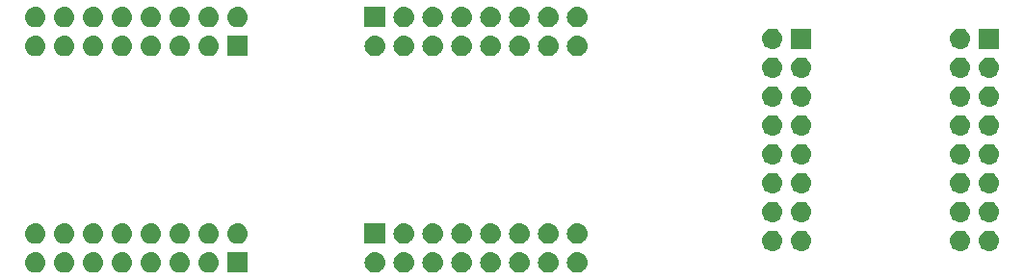
<source format=gbr>
G04 #@! TF.GenerationSoftware,KiCad,Pcbnew,(5.1.0-0)*
G04 #@! TF.CreationDate,2019-05-22T21:16:58-07:00*
G04 #@! TF.ProjectId,eurorack-bus,6575726f-7261-4636-9b2d-6275732e6b69,rev?*
G04 #@! TF.SameCoordinates,Original*
G04 #@! TF.FileFunction,Soldermask,Top*
G04 #@! TF.FilePolarity,Negative*
%FSLAX46Y46*%
G04 Gerber Fmt 4.6, Leading zero omitted, Abs format (unit mm)*
G04 Created by KiCad (PCBNEW (5.1.0-0)) date 2019-05-22 21:16:58*
%MOMM*%
%LPD*%
G04 APERTURE LIST*
%ADD10C,0.100000*%
G04 APERTURE END LIST*
D10*
G36*
X131555443Y-99435519D02*
G01*
X131621627Y-99442037D01*
X131791466Y-99493557D01*
X131947991Y-99577222D01*
X131983729Y-99606552D01*
X132085186Y-99689814D01*
X132168448Y-99791271D01*
X132197778Y-99827009D01*
X132281443Y-99983534D01*
X132332963Y-100153373D01*
X132350359Y-100330000D01*
X132332963Y-100506627D01*
X132281443Y-100676466D01*
X132197778Y-100832991D01*
X132168448Y-100868729D01*
X132085186Y-100970186D01*
X131983729Y-101053448D01*
X131947991Y-101082778D01*
X131791466Y-101166443D01*
X131621627Y-101217963D01*
X131555443Y-101224481D01*
X131489260Y-101231000D01*
X131400740Y-101231000D01*
X131334558Y-101224482D01*
X131268373Y-101217963D01*
X131098534Y-101166443D01*
X130942009Y-101082778D01*
X130906271Y-101053448D01*
X130804814Y-100970186D01*
X130721552Y-100868729D01*
X130692222Y-100832991D01*
X130608557Y-100676466D01*
X130557037Y-100506627D01*
X130539641Y-100330000D01*
X130557037Y-100153373D01*
X130608557Y-99983534D01*
X130692222Y-99827009D01*
X130721552Y-99791271D01*
X130804814Y-99689814D01*
X130906271Y-99606552D01*
X130942009Y-99577222D01*
X131098534Y-99493557D01*
X131268373Y-99442037D01*
X131334558Y-99435518D01*
X131400740Y-99429000D01*
X131489260Y-99429000D01*
X131555443Y-99435519D01*
X131555443Y-99435519D01*
G37*
G36*
X129015443Y-99435519D02*
G01*
X129081627Y-99442037D01*
X129251466Y-99493557D01*
X129407991Y-99577222D01*
X129443729Y-99606552D01*
X129545186Y-99689814D01*
X129628448Y-99791271D01*
X129657778Y-99827009D01*
X129741443Y-99983534D01*
X129792963Y-100153373D01*
X129810359Y-100330000D01*
X129792963Y-100506627D01*
X129741443Y-100676466D01*
X129657778Y-100832991D01*
X129628448Y-100868729D01*
X129545186Y-100970186D01*
X129443729Y-101053448D01*
X129407991Y-101082778D01*
X129251466Y-101166443D01*
X129081627Y-101217963D01*
X129015443Y-101224481D01*
X128949260Y-101231000D01*
X128860740Y-101231000D01*
X128794558Y-101224482D01*
X128728373Y-101217963D01*
X128558534Y-101166443D01*
X128402009Y-101082778D01*
X128366271Y-101053448D01*
X128264814Y-100970186D01*
X128181552Y-100868729D01*
X128152222Y-100832991D01*
X128068557Y-100676466D01*
X128017037Y-100506627D01*
X127999641Y-100330000D01*
X128017037Y-100153373D01*
X128068557Y-99983534D01*
X128152222Y-99827009D01*
X128181552Y-99791271D01*
X128264814Y-99689814D01*
X128366271Y-99606552D01*
X128402009Y-99577222D01*
X128558534Y-99493557D01*
X128728373Y-99442037D01*
X128794558Y-99435518D01*
X128860740Y-99429000D01*
X128949260Y-99429000D01*
X129015443Y-99435519D01*
X129015443Y-99435519D01*
G37*
G36*
X126475443Y-99435519D02*
G01*
X126541627Y-99442037D01*
X126711466Y-99493557D01*
X126867991Y-99577222D01*
X126903729Y-99606552D01*
X127005186Y-99689814D01*
X127088448Y-99791271D01*
X127117778Y-99827009D01*
X127201443Y-99983534D01*
X127252963Y-100153373D01*
X127270359Y-100330000D01*
X127252963Y-100506627D01*
X127201443Y-100676466D01*
X127117778Y-100832991D01*
X127088448Y-100868729D01*
X127005186Y-100970186D01*
X126903729Y-101053448D01*
X126867991Y-101082778D01*
X126711466Y-101166443D01*
X126541627Y-101217963D01*
X126475443Y-101224481D01*
X126409260Y-101231000D01*
X126320740Y-101231000D01*
X126254558Y-101224482D01*
X126188373Y-101217963D01*
X126018534Y-101166443D01*
X125862009Y-101082778D01*
X125826271Y-101053448D01*
X125724814Y-100970186D01*
X125641552Y-100868729D01*
X125612222Y-100832991D01*
X125528557Y-100676466D01*
X125477037Y-100506627D01*
X125459641Y-100330000D01*
X125477037Y-100153373D01*
X125528557Y-99983534D01*
X125612222Y-99827009D01*
X125641552Y-99791271D01*
X125724814Y-99689814D01*
X125826271Y-99606552D01*
X125862009Y-99577222D01*
X126018534Y-99493557D01*
X126188373Y-99442037D01*
X126254558Y-99435518D01*
X126320740Y-99429000D01*
X126409260Y-99429000D01*
X126475443Y-99435519D01*
X126475443Y-99435519D01*
G37*
G36*
X123935443Y-99435519D02*
G01*
X124001627Y-99442037D01*
X124171466Y-99493557D01*
X124327991Y-99577222D01*
X124363729Y-99606552D01*
X124465186Y-99689814D01*
X124548448Y-99791271D01*
X124577778Y-99827009D01*
X124661443Y-99983534D01*
X124712963Y-100153373D01*
X124730359Y-100330000D01*
X124712963Y-100506627D01*
X124661443Y-100676466D01*
X124577778Y-100832991D01*
X124548448Y-100868729D01*
X124465186Y-100970186D01*
X124363729Y-101053448D01*
X124327991Y-101082778D01*
X124171466Y-101166443D01*
X124001627Y-101217963D01*
X123935443Y-101224481D01*
X123869260Y-101231000D01*
X123780740Y-101231000D01*
X123714558Y-101224482D01*
X123648373Y-101217963D01*
X123478534Y-101166443D01*
X123322009Y-101082778D01*
X123286271Y-101053448D01*
X123184814Y-100970186D01*
X123101552Y-100868729D01*
X123072222Y-100832991D01*
X122988557Y-100676466D01*
X122937037Y-100506627D01*
X122919641Y-100330000D01*
X122937037Y-100153373D01*
X122988557Y-99983534D01*
X123072222Y-99827009D01*
X123101552Y-99791271D01*
X123184814Y-99689814D01*
X123286271Y-99606552D01*
X123322009Y-99577222D01*
X123478534Y-99493557D01*
X123648373Y-99442037D01*
X123714558Y-99435518D01*
X123780740Y-99429000D01*
X123869260Y-99429000D01*
X123935443Y-99435519D01*
X123935443Y-99435519D01*
G37*
G36*
X121395443Y-99435519D02*
G01*
X121461627Y-99442037D01*
X121631466Y-99493557D01*
X121787991Y-99577222D01*
X121823729Y-99606552D01*
X121925186Y-99689814D01*
X122008448Y-99791271D01*
X122037778Y-99827009D01*
X122121443Y-99983534D01*
X122172963Y-100153373D01*
X122190359Y-100330000D01*
X122172963Y-100506627D01*
X122121443Y-100676466D01*
X122037778Y-100832991D01*
X122008448Y-100868729D01*
X121925186Y-100970186D01*
X121823729Y-101053448D01*
X121787991Y-101082778D01*
X121631466Y-101166443D01*
X121461627Y-101217963D01*
X121395443Y-101224481D01*
X121329260Y-101231000D01*
X121240740Y-101231000D01*
X121174558Y-101224482D01*
X121108373Y-101217963D01*
X120938534Y-101166443D01*
X120782009Y-101082778D01*
X120746271Y-101053448D01*
X120644814Y-100970186D01*
X120561552Y-100868729D01*
X120532222Y-100832991D01*
X120448557Y-100676466D01*
X120397037Y-100506627D01*
X120379641Y-100330000D01*
X120397037Y-100153373D01*
X120448557Y-99983534D01*
X120532222Y-99827009D01*
X120561552Y-99791271D01*
X120644814Y-99689814D01*
X120746271Y-99606552D01*
X120782009Y-99577222D01*
X120938534Y-99493557D01*
X121108373Y-99442037D01*
X121174558Y-99435518D01*
X121240740Y-99429000D01*
X121329260Y-99429000D01*
X121395443Y-99435519D01*
X121395443Y-99435519D01*
G37*
G36*
X118855443Y-99435519D02*
G01*
X118921627Y-99442037D01*
X119091466Y-99493557D01*
X119247991Y-99577222D01*
X119283729Y-99606552D01*
X119385186Y-99689814D01*
X119468448Y-99791271D01*
X119497778Y-99827009D01*
X119581443Y-99983534D01*
X119632963Y-100153373D01*
X119650359Y-100330000D01*
X119632963Y-100506627D01*
X119581443Y-100676466D01*
X119497778Y-100832991D01*
X119468448Y-100868729D01*
X119385186Y-100970186D01*
X119283729Y-101053448D01*
X119247991Y-101082778D01*
X119091466Y-101166443D01*
X118921627Y-101217963D01*
X118855443Y-101224481D01*
X118789260Y-101231000D01*
X118700740Y-101231000D01*
X118634558Y-101224482D01*
X118568373Y-101217963D01*
X118398534Y-101166443D01*
X118242009Y-101082778D01*
X118206271Y-101053448D01*
X118104814Y-100970186D01*
X118021552Y-100868729D01*
X117992222Y-100832991D01*
X117908557Y-100676466D01*
X117857037Y-100506627D01*
X117839641Y-100330000D01*
X117857037Y-100153373D01*
X117908557Y-99983534D01*
X117992222Y-99827009D01*
X118021552Y-99791271D01*
X118104814Y-99689814D01*
X118206271Y-99606552D01*
X118242009Y-99577222D01*
X118398534Y-99493557D01*
X118568373Y-99442037D01*
X118634558Y-99435518D01*
X118700740Y-99429000D01*
X118789260Y-99429000D01*
X118855443Y-99435519D01*
X118855443Y-99435519D01*
G37*
G36*
X116315443Y-99435519D02*
G01*
X116381627Y-99442037D01*
X116551466Y-99493557D01*
X116707991Y-99577222D01*
X116743729Y-99606552D01*
X116845186Y-99689814D01*
X116928448Y-99791271D01*
X116957778Y-99827009D01*
X117041443Y-99983534D01*
X117092963Y-100153373D01*
X117110359Y-100330000D01*
X117092963Y-100506627D01*
X117041443Y-100676466D01*
X116957778Y-100832991D01*
X116928448Y-100868729D01*
X116845186Y-100970186D01*
X116743729Y-101053448D01*
X116707991Y-101082778D01*
X116551466Y-101166443D01*
X116381627Y-101217963D01*
X116315443Y-101224481D01*
X116249260Y-101231000D01*
X116160740Y-101231000D01*
X116094558Y-101224482D01*
X116028373Y-101217963D01*
X115858534Y-101166443D01*
X115702009Y-101082778D01*
X115666271Y-101053448D01*
X115564814Y-100970186D01*
X115481552Y-100868729D01*
X115452222Y-100832991D01*
X115368557Y-100676466D01*
X115317037Y-100506627D01*
X115299641Y-100330000D01*
X115317037Y-100153373D01*
X115368557Y-99983534D01*
X115452222Y-99827009D01*
X115481552Y-99791271D01*
X115564814Y-99689814D01*
X115666271Y-99606552D01*
X115702009Y-99577222D01*
X115858534Y-99493557D01*
X116028373Y-99442037D01*
X116094558Y-99435518D01*
X116160740Y-99429000D01*
X116249260Y-99429000D01*
X116315443Y-99435519D01*
X116315443Y-99435519D01*
G37*
G36*
X113775443Y-99435519D02*
G01*
X113841627Y-99442037D01*
X114011466Y-99493557D01*
X114167991Y-99577222D01*
X114203729Y-99606552D01*
X114305186Y-99689814D01*
X114388448Y-99791271D01*
X114417778Y-99827009D01*
X114501443Y-99983534D01*
X114552963Y-100153373D01*
X114570359Y-100330000D01*
X114552963Y-100506627D01*
X114501443Y-100676466D01*
X114417778Y-100832991D01*
X114388448Y-100868729D01*
X114305186Y-100970186D01*
X114203729Y-101053448D01*
X114167991Y-101082778D01*
X114011466Y-101166443D01*
X113841627Y-101217963D01*
X113775443Y-101224481D01*
X113709260Y-101231000D01*
X113620740Y-101231000D01*
X113554558Y-101224482D01*
X113488373Y-101217963D01*
X113318534Y-101166443D01*
X113162009Y-101082778D01*
X113126271Y-101053448D01*
X113024814Y-100970186D01*
X112941552Y-100868729D01*
X112912222Y-100832991D01*
X112828557Y-100676466D01*
X112777037Y-100506627D01*
X112759641Y-100330000D01*
X112777037Y-100153373D01*
X112828557Y-99983534D01*
X112912222Y-99827009D01*
X112941552Y-99791271D01*
X113024814Y-99689814D01*
X113126271Y-99606552D01*
X113162009Y-99577222D01*
X113318534Y-99493557D01*
X113488373Y-99442037D01*
X113554558Y-99435518D01*
X113620740Y-99429000D01*
X113709260Y-99429000D01*
X113775443Y-99435519D01*
X113775443Y-99435519D01*
G37*
G36*
X102501000Y-101231000D02*
G01*
X100699000Y-101231000D01*
X100699000Y-99429000D01*
X102501000Y-99429000D01*
X102501000Y-101231000D01*
X102501000Y-101231000D01*
G37*
G36*
X99170443Y-99435519D02*
G01*
X99236627Y-99442037D01*
X99406466Y-99493557D01*
X99562991Y-99577222D01*
X99598729Y-99606552D01*
X99700186Y-99689814D01*
X99783448Y-99791271D01*
X99812778Y-99827009D01*
X99896443Y-99983534D01*
X99947963Y-100153373D01*
X99965359Y-100330000D01*
X99947963Y-100506627D01*
X99896443Y-100676466D01*
X99812778Y-100832991D01*
X99783448Y-100868729D01*
X99700186Y-100970186D01*
X99598729Y-101053448D01*
X99562991Y-101082778D01*
X99406466Y-101166443D01*
X99236627Y-101217963D01*
X99170443Y-101224481D01*
X99104260Y-101231000D01*
X99015740Y-101231000D01*
X98949558Y-101224482D01*
X98883373Y-101217963D01*
X98713534Y-101166443D01*
X98557009Y-101082778D01*
X98521271Y-101053448D01*
X98419814Y-100970186D01*
X98336552Y-100868729D01*
X98307222Y-100832991D01*
X98223557Y-100676466D01*
X98172037Y-100506627D01*
X98154641Y-100330000D01*
X98172037Y-100153373D01*
X98223557Y-99983534D01*
X98307222Y-99827009D01*
X98336552Y-99791271D01*
X98419814Y-99689814D01*
X98521271Y-99606552D01*
X98557009Y-99577222D01*
X98713534Y-99493557D01*
X98883373Y-99442037D01*
X98949558Y-99435518D01*
X99015740Y-99429000D01*
X99104260Y-99429000D01*
X99170443Y-99435519D01*
X99170443Y-99435519D01*
G37*
G36*
X96630443Y-99435519D02*
G01*
X96696627Y-99442037D01*
X96866466Y-99493557D01*
X97022991Y-99577222D01*
X97058729Y-99606552D01*
X97160186Y-99689814D01*
X97243448Y-99791271D01*
X97272778Y-99827009D01*
X97356443Y-99983534D01*
X97407963Y-100153373D01*
X97425359Y-100330000D01*
X97407963Y-100506627D01*
X97356443Y-100676466D01*
X97272778Y-100832991D01*
X97243448Y-100868729D01*
X97160186Y-100970186D01*
X97058729Y-101053448D01*
X97022991Y-101082778D01*
X96866466Y-101166443D01*
X96696627Y-101217963D01*
X96630443Y-101224481D01*
X96564260Y-101231000D01*
X96475740Y-101231000D01*
X96409558Y-101224482D01*
X96343373Y-101217963D01*
X96173534Y-101166443D01*
X96017009Y-101082778D01*
X95981271Y-101053448D01*
X95879814Y-100970186D01*
X95796552Y-100868729D01*
X95767222Y-100832991D01*
X95683557Y-100676466D01*
X95632037Y-100506627D01*
X95614641Y-100330000D01*
X95632037Y-100153373D01*
X95683557Y-99983534D01*
X95767222Y-99827009D01*
X95796552Y-99791271D01*
X95879814Y-99689814D01*
X95981271Y-99606552D01*
X96017009Y-99577222D01*
X96173534Y-99493557D01*
X96343373Y-99442037D01*
X96409558Y-99435518D01*
X96475740Y-99429000D01*
X96564260Y-99429000D01*
X96630443Y-99435519D01*
X96630443Y-99435519D01*
G37*
G36*
X94090443Y-99435519D02*
G01*
X94156627Y-99442037D01*
X94326466Y-99493557D01*
X94482991Y-99577222D01*
X94518729Y-99606552D01*
X94620186Y-99689814D01*
X94703448Y-99791271D01*
X94732778Y-99827009D01*
X94816443Y-99983534D01*
X94867963Y-100153373D01*
X94885359Y-100330000D01*
X94867963Y-100506627D01*
X94816443Y-100676466D01*
X94732778Y-100832991D01*
X94703448Y-100868729D01*
X94620186Y-100970186D01*
X94518729Y-101053448D01*
X94482991Y-101082778D01*
X94326466Y-101166443D01*
X94156627Y-101217963D01*
X94090443Y-101224481D01*
X94024260Y-101231000D01*
X93935740Y-101231000D01*
X93869558Y-101224482D01*
X93803373Y-101217963D01*
X93633534Y-101166443D01*
X93477009Y-101082778D01*
X93441271Y-101053448D01*
X93339814Y-100970186D01*
X93256552Y-100868729D01*
X93227222Y-100832991D01*
X93143557Y-100676466D01*
X93092037Y-100506627D01*
X93074641Y-100330000D01*
X93092037Y-100153373D01*
X93143557Y-99983534D01*
X93227222Y-99827009D01*
X93256552Y-99791271D01*
X93339814Y-99689814D01*
X93441271Y-99606552D01*
X93477009Y-99577222D01*
X93633534Y-99493557D01*
X93803373Y-99442037D01*
X93869558Y-99435518D01*
X93935740Y-99429000D01*
X94024260Y-99429000D01*
X94090443Y-99435519D01*
X94090443Y-99435519D01*
G37*
G36*
X91550443Y-99435519D02*
G01*
X91616627Y-99442037D01*
X91786466Y-99493557D01*
X91942991Y-99577222D01*
X91978729Y-99606552D01*
X92080186Y-99689814D01*
X92163448Y-99791271D01*
X92192778Y-99827009D01*
X92276443Y-99983534D01*
X92327963Y-100153373D01*
X92345359Y-100330000D01*
X92327963Y-100506627D01*
X92276443Y-100676466D01*
X92192778Y-100832991D01*
X92163448Y-100868729D01*
X92080186Y-100970186D01*
X91978729Y-101053448D01*
X91942991Y-101082778D01*
X91786466Y-101166443D01*
X91616627Y-101217963D01*
X91550443Y-101224481D01*
X91484260Y-101231000D01*
X91395740Y-101231000D01*
X91329558Y-101224482D01*
X91263373Y-101217963D01*
X91093534Y-101166443D01*
X90937009Y-101082778D01*
X90901271Y-101053448D01*
X90799814Y-100970186D01*
X90716552Y-100868729D01*
X90687222Y-100832991D01*
X90603557Y-100676466D01*
X90552037Y-100506627D01*
X90534641Y-100330000D01*
X90552037Y-100153373D01*
X90603557Y-99983534D01*
X90687222Y-99827009D01*
X90716552Y-99791271D01*
X90799814Y-99689814D01*
X90901271Y-99606552D01*
X90937009Y-99577222D01*
X91093534Y-99493557D01*
X91263373Y-99442037D01*
X91329558Y-99435518D01*
X91395740Y-99429000D01*
X91484260Y-99429000D01*
X91550443Y-99435519D01*
X91550443Y-99435519D01*
G37*
G36*
X89010443Y-99435519D02*
G01*
X89076627Y-99442037D01*
X89246466Y-99493557D01*
X89402991Y-99577222D01*
X89438729Y-99606552D01*
X89540186Y-99689814D01*
X89623448Y-99791271D01*
X89652778Y-99827009D01*
X89736443Y-99983534D01*
X89787963Y-100153373D01*
X89805359Y-100330000D01*
X89787963Y-100506627D01*
X89736443Y-100676466D01*
X89652778Y-100832991D01*
X89623448Y-100868729D01*
X89540186Y-100970186D01*
X89438729Y-101053448D01*
X89402991Y-101082778D01*
X89246466Y-101166443D01*
X89076627Y-101217963D01*
X89010443Y-101224481D01*
X88944260Y-101231000D01*
X88855740Y-101231000D01*
X88789558Y-101224482D01*
X88723373Y-101217963D01*
X88553534Y-101166443D01*
X88397009Y-101082778D01*
X88361271Y-101053448D01*
X88259814Y-100970186D01*
X88176552Y-100868729D01*
X88147222Y-100832991D01*
X88063557Y-100676466D01*
X88012037Y-100506627D01*
X87994641Y-100330000D01*
X88012037Y-100153373D01*
X88063557Y-99983534D01*
X88147222Y-99827009D01*
X88176552Y-99791271D01*
X88259814Y-99689814D01*
X88361271Y-99606552D01*
X88397009Y-99577222D01*
X88553534Y-99493557D01*
X88723373Y-99442037D01*
X88789558Y-99435518D01*
X88855740Y-99429000D01*
X88944260Y-99429000D01*
X89010443Y-99435519D01*
X89010443Y-99435519D01*
G37*
G36*
X86470443Y-99435519D02*
G01*
X86536627Y-99442037D01*
X86706466Y-99493557D01*
X86862991Y-99577222D01*
X86898729Y-99606552D01*
X87000186Y-99689814D01*
X87083448Y-99791271D01*
X87112778Y-99827009D01*
X87196443Y-99983534D01*
X87247963Y-100153373D01*
X87265359Y-100330000D01*
X87247963Y-100506627D01*
X87196443Y-100676466D01*
X87112778Y-100832991D01*
X87083448Y-100868729D01*
X87000186Y-100970186D01*
X86898729Y-101053448D01*
X86862991Y-101082778D01*
X86706466Y-101166443D01*
X86536627Y-101217963D01*
X86470443Y-101224481D01*
X86404260Y-101231000D01*
X86315740Y-101231000D01*
X86249558Y-101224482D01*
X86183373Y-101217963D01*
X86013534Y-101166443D01*
X85857009Y-101082778D01*
X85821271Y-101053448D01*
X85719814Y-100970186D01*
X85636552Y-100868729D01*
X85607222Y-100832991D01*
X85523557Y-100676466D01*
X85472037Y-100506627D01*
X85454641Y-100330000D01*
X85472037Y-100153373D01*
X85523557Y-99983534D01*
X85607222Y-99827009D01*
X85636552Y-99791271D01*
X85719814Y-99689814D01*
X85821271Y-99606552D01*
X85857009Y-99577222D01*
X86013534Y-99493557D01*
X86183373Y-99442037D01*
X86249558Y-99435518D01*
X86315740Y-99429000D01*
X86404260Y-99429000D01*
X86470443Y-99435519D01*
X86470443Y-99435519D01*
G37*
G36*
X83930443Y-99435519D02*
G01*
X83996627Y-99442037D01*
X84166466Y-99493557D01*
X84322991Y-99577222D01*
X84358729Y-99606552D01*
X84460186Y-99689814D01*
X84543448Y-99791271D01*
X84572778Y-99827009D01*
X84656443Y-99983534D01*
X84707963Y-100153373D01*
X84725359Y-100330000D01*
X84707963Y-100506627D01*
X84656443Y-100676466D01*
X84572778Y-100832991D01*
X84543448Y-100868729D01*
X84460186Y-100970186D01*
X84358729Y-101053448D01*
X84322991Y-101082778D01*
X84166466Y-101166443D01*
X83996627Y-101217963D01*
X83930443Y-101224481D01*
X83864260Y-101231000D01*
X83775740Y-101231000D01*
X83709558Y-101224482D01*
X83643373Y-101217963D01*
X83473534Y-101166443D01*
X83317009Y-101082778D01*
X83281271Y-101053448D01*
X83179814Y-100970186D01*
X83096552Y-100868729D01*
X83067222Y-100832991D01*
X82983557Y-100676466D01*
X82932037Y-100506627D01*
X82914641Y-100330000D01*
X82932037Y-100153373D01*
X82983557Y-99983534D01*
X83067222Y-99827009D01*
X83096552Y-99791271D01*
X83179814Y-99689814D01*
X83281271Y-99606552D01*
X83317009Y-99577222D01*
X83473534Y-99493557D01*
X83643373Y-99442037D01*
X83709558Y-99435518D01*
X83775740Y-99429000D01*
X83864260Y-99429000D01*
X83930443Y-99435519D01*
X83930443Y-99435519D01*
G37*
G36*
X148700442Y-97530518D02*
G01*
X148766627Y-97537037D01*
X148936466Y-97588557D01*
X149092991Y-97672222D01*
X149128729Y-97701552D01*
X149230186Y-97784814D01*
X149313448Y-97886271D01*
X149342778Y-97922009D01*
X149426443Y-98078534D01*
X149477963Y-98248373D01*
X149495359Y-98425000D01*
X149477963Y-98601627D01*
X149426443Y-98771466D01*
X149342778Y-98927991D01*
X149313448Y-98963729D01*
X149230186Y-99065186D01*
X149128729Y-99148448D01*
X149092991Y-99177778D01*
X148936466Y-99261443D01*
X148766627Y-99312963D01*
X148700442Y-99319482D01*
X148634260Y-99326000D01*
X148545740Y-99326000D01*
X148479557Y-99319481D01*
X148413373Y-99312963D01*
X148243534Y-99261443D01*
X148087009Y-99177778D01*
X148051271Y-99148448D01*
X147949814Y-99065186D01*
X147866552Y-98963729D01*
X147837222Y-98927991D01*
X147753557Y-98771466D01*
X147702037Y-98601627D01*
X147684641Y-98425000D01*
X147702037Y-98248373D01*
X147753557Y-98078534D01*
X147837222Y-97922009D01*
X147866552Y-97886271D01*
X147949814Y-97784814D01*
X148051271Y-97701552D01*
X148087009Y-97672222D01*
X148243534Y-97588557D01*
X148413373Y-97537037D01*
X148479558Y-97530518D01*
X148545740Y-97524000D01*
X148634260Y-97524000D01*
X148700442Y-97530518D01*
X148700442Y-97530518D01*
G37*
G36*
X151240442Y-97530518D02*
G01*
X151306627Y-97537037D01*
X151476466Y-97588557D01*
X151632991Y-97672222D01*
X151668729Y-97701552D01*
X151770186Y-97784814D01*
X151853448Y-97886271D01*
X151882778Y-97922009D01*
X151966443Y-98078534D01*
X152017963Y-98248373D01*
X152035359Y-98425000D01*
X152017963Y-98601627D01*
X151966443Y-98771466D01*
X151882778Y-98927991D01*
X151853448Y-98963729D01*
X151770186Y-99065186D01*
X151668729Y-99148448D01*
X151632991Y-99177778D01*
X151476466Y-99261443D01*
X151306627Y-99312963D01*
X151240442Y-99319482D01*
X151174260Y-99326000D01*
X151085740Y-99326000D01*
X151019557Y-99319481D01*
X150953373Y-99312963D01*
X150783534Y-99261443D01*
X150627009Y-99177778D01*
X150591271Y-99148448D01*
X150489814Y-99065186D01*
X150406552Y-98963729D01*
X150377222Y-98927991D01*
X150293557Y-98771466D01*
X150242037Y-98601627D01*
X150224641Y-98425000D01*
X150242037Y-98248373D01*
X150293557Y-98078534D01*
X150377222Y-97922009D01*
X150406552Y-97886271D01*
X150489814Y-97784814D01*
X150591271Y-97701552D01*
X150627009Y-97672222D01*
X150783534Y-97588557D01*
X150953373Y-97537037D01*
X151019558Y-97530518D01*
X151085740Y-97524000D01*
X151174260Y-97524000D01*
X151240442Y-97530518D01*
X151240442Y-97530518D01*
G37*
G36*
X167750442Y-97530518D02*
G01*
X167816627Y-97537037D01*
X167986466Y-97588557D01*
X168142991Y-97672222D01*
X168178729Y-97701552D01*
X168280186Y-97784814D01*
X168363448Y-97886271D01*
X168392778Y-97922009D01*
X168476443Y-98078534D01*
X168527963Y-98248373D01*
X168545359Y-98425000D01*
X168527963Y-98601627D01*
X168476443Y-98771466D01*
X168392778Y-98927991D01*
X168363448Y-98963729D01*
X168280186Y-99065186D01*
X168178729Y-99148448D01*
X168142991Y-99177778D01*
X167986466Y-99261443D01*
X167816627Y-99312963D01*
X167750442Y-99319482D01*
X167684260Y-99326000D01*
X167595740Y-99326000D01*
X167529557Y-99319481D01*
X167463373Y-99312963D01*
X167293534Y-99261443D01*
X167137009Y-99177778D01*
X167101271Y-99148448D01*
X166999814Y-99065186D01*
X166916552Y-98963729D01*
X166887222Y-98927991D01*
X166803557Y-98771466D01*
X166752037Y-98601627D01*
X166734641Y-98425000D01*
X166752037Y-98248373D01*
X166803557Y-98078534D01*
X166887222Y-97922009D01*
X166916552Y-97886271D01*
X166999814Y-97784814D01*
X167101271Y-97701552D01*
X167137009Y-97672222D01*
X167293534Y-97588557D01*
X167463373Y-97537037D01*
X167529558Y-97530518D01*
X167595740Y-97524000D01*
X167684260Y-97524000D01*
X167750442Y-97530518D01*
X167750442Y-97530518D01*
G37*
G36*
X165210442Y-97530518D02*
G01*
X165276627Y-97537037D01*
X165446466Y-97588557D01*
X165602991Y-97672222D01*
X165638729Y-97701552D01*
X165740186Y-97784814D01*
X165823448Y-97886271D01*
X165852778Y-97922009D01*
X165936443Y-98078534D01*
X165987963Y-98248373D01*
X166005359Y-98425000D01*
X165987963Y-98601627D01*
X165936443Y-98771466D01*
X165852778Y-98927991D01*
X165823448Y-98963729D01*
X165740186Y-99065186D01*
X165638729Y-99148448D01*
X165602991Y-99177778D01*
X165446466Y-99261443D01*
X165276627Y-99312963D01*
X165210442Y-99319482D01*
X165144260Y-99326000D01*
X165055740Y-99326000D01*
X164989557Y-99319481D01*
X164923373Y-99312963D01*
X164753534Y-99261443D01*
X164597009Y-99177778D01*
X164561271Y-99148448D01*
X164459814Y-99065186D01*
X164376552Y-98963729D01*
X164347222Y-98927991D01*
X164263557Y-98771466D01*
X164212037Y-98601627D01*
X164194641Y-98425000D01*
X164212037Y-98248373D01*
X164263557Y-98078534D01*
X164347222Y-97922009D01*
X164376552Y-97886271D01*
X164459814Y-97784814D01*
X164561271Y-97701552D01*
X164597009Y-97672222D01*
X164753534Y-97588557D01*
X164923373Y-97537037D01*
X164989558Y-97530518D01*
X165055740Y-97524000D01*
X165144260Y-97524000D01*
X165210442Y-97530518D01*
X165210442Y-97530518D01*
G37*
G36*
X83930442Y-96895518D02*
G01*
X83996627Y-96902037D01*
X84166466Y-96953557D01*
X84322991Y-97037222D01*
X84358729Y-97066552D01*
X84460186Y-97149814D01*
X84543448Y-97251271D01*
X84572778Y-97287009D01*
X84656443Y-97443534D01*
X84707963Y-97613373D01*
X84725359Y-97790000D01*
X84707963Y-97966627D01*
X84656443Y-98136466D01*
X84572778Y-98292991D01*
X84543448Y-98328729D01*
X84460186Y-98430186D01*
X84358729Y-98513448D01*
X84322991Y-98542778D01*
X84166466Y-98626443D01*
X83996627Y-98677963D01*
X83930442Y-98684482D01*
X83864260Y-98691000D01*
X83775740Y-98691000D01*
X83709558Y-98684482D01*
X83643373Y-98677963D01*
X83473534Y-98626443D01*
X83317009Y-98542778D01*
X83281271Y-98513448D01*
X83179814Y-98430186D01*
X83096552Y-98328729D01*
X83067222Y-98292991D01*
X82983557Y-98136466D01*
X82932037Y-97966627D01*
X82914641Y-97790000D01*
X82932037Y-97613373D01*
X82983557Y-97443534D01*
X83067222Y-97287009D01*
X83096552Y-97251271D01*
X83179814Y-97149814D01*
X83281271Y-97066552D01*
X83317009Y-97037222D01*
X83473534Y-96953557D01*
X83643373Y-96902037D01*
X83709558Y-96895518D01*
X83775740Y-96889000D01*
X83864260Y-96889000D01*
X83930442Y-96895518D01*
X83930442Y-96895518D01*
G37*
G36*
X89010442Y-96895518D02*
G01*
X89076627Y-96902037D01*
X89246466Y-96953557D01*
X89402991Y-97037222D01*
X89438729Y-97066552D01*
X89540186Y-97149814D01*
X89623448Y-97251271D01*
X89652778Y-97287009D01*
X89736443Y-97443534D01*
X89787963Y-97613373D01*
X89805359Y-97790000D01*
X89787963Y-97966627D01*
X89736443Y-98136466D01*
X89652778Y-98292991D01*
X89623448Y-98328729D01*
X89540186Y-98430186D01*
X89438729Y-98513448D01*
X89402991Y-98542778D01*
X89246466Y-98626443D01*
X89076627Y-98677963D01*
X89010442Y-98684482D01*
X88944260Y-98691000D01*
X88855740Y-98691000D01*
X88789558Y-98684482D01*
X88723373Y-98677963D01*
X88553534Y-98626443D01*
X88397009Y-98542778D01*
X88361271Y-98513448D01*
X88259814Y-98430186D01*
X88176552Y-98328729D01*
X88147222Y-98292991D01*
X88063557Y-98136466D01*
X88012037Y-97966627D01*
X87994641Y-97790000D01*
X88012037Y-97613373D01*
X88063557Y-97443534D01*
X88147222Y-97287009D01*
X88176552Y-97251271D01*
X88259814Y-97149814D01*
X88361271Y-97066552D01*
X88397009Y-97037222D01*
X88553534Y-96953557D01*
X88723373Y-96902037D01*
X88789558Y-96895518D01*
X88855740Y-96889000D01*
X88944260Y-96889000D01*
X89010442Y-96895518D01*
X89010442Y-96895518D01*
G37*
G36*
X91550442Y-96895518D02*
G01*
X91616627Y-96902037D01*
X91786466Y-96953557D01*
X91942991Y-97037222D01*
X91978729Y-97066552D01*
X92080186Y-97149814D01*
X92163448Y-97251271D01*
X92192778Y-97287009D01*
X92276443Y-97443534D01*
X92327963Y-97613373D01*
X92345359Y-97790000D01*
X92327963Y-97966627D01*
X92276443Y-98136466D01*
X92192778Y-98292991D01*
X92163448Y-98328729D01*
X92080186Y-98430186D01*
X91978729Y-98513448D01*
X91942991Y-98542778D01*
X91786466Y-98626443D01*
X91616627Y-98677963D01*
X91550442Y-98684482D01*
X91484260Y-98691000D01*
X91395740Y-98691000D01*
X91329558Y-98684482D01*
X91263373Y-98677963D01*
X91093534Y-98626443D01*
X90937009Y-98542778D01*
X90901271Y-98513448D01*
X90799814Y-98430186D01*
X90716552Y-98328729D01*
X90687222Y-98292991D01*
X90603557Y-98136466D01*
X90552037Y-97966627D01*
X90534641Y-97790000D01*
X90552037Y-97613373D01*
X90603557Y-97443534D01*
X90687222Y-97287009D01*
X90716552Y-97251271D01*
X90799814Y-97149814D01*
X90901271Y-97066552D01*
X90937009Y-97037222D01*
X91093534Y-96953557D01*
X91263373Y-96902037D01*
X91329558Y-96895518D01*
X91395740Y-96889000D01*
X91484260Y-96889000D01*
X91550442Y-96895518D01*
X91550442Y-96895518D01*
G37*
G36*
X94090442Y-96895518D02*
G01*
X94156627Y-96902037D01*
X94326466Y-96953557D01*
X94482991Y-97037222D01*
X94518729Y-97066552D01*
X94620186Y-97149814D01*
X94703448Y-97251271D01*
X94732778Y-97287009D01*
X94816443Y-97443534D01*
X94867963Y-97613373D01*
X94885359Y-97790000D01*
X94867963Y-97966627D01*
X94816443Y-98136466D01*
X94732778Y-98292991D01*
X94703448Y-98328729D01*
X94620186Y-98430186D01*
X94518729Y-98513448D01*
X94482991Y-98542778D01*
X94326466Y-98626443D01*
X94156627Y-98677963D01*
X94090442Y-98684482D01*
X94024260Y-98691000D01*
X93935740Y-98691000D01*
X93869558Y-98684482D01*
X93803373Y-98677963D01*
X93633534Y-98626443D01*
X93477009Y-98542778D01*
X93441271Y-98513448D01*
X93339814Y-98430186D01*
X93256552Y-98328729D01*
X93227222Y-98292991D01*
X93143557Y-98136466D01*
X93092037Y-97966627D01*
X93074641Y-97790000D01*
X93092037Y-97613373D01*
X93143557Y-97443534D01*
X93227222Y-97287009D01*
X93256552Y-97251271D01*
X93339814Y-97149814D01*
X93441271Y-97066552D01*
X93477009Y-97037222D01*
X93633534Y-96953557D01*
X93803373Y-96902037D01*
X93869558Y-96895518D01*
X93935740Y-96889000D01*
X94024260Y-96889000D01*
X94090442Y-96895518D01*
X94090442Y-96895518D01*
G37*
G36*
X114566000Y-98691000D02*
G01*
X112764000Y-98691000D01*
X112764000Y-96889000D01*
X114566000Y-96889000D01*
X114566000Y-98691000D01*
X114566000Y-98691000D01*
G37*
G36*
X86470442Y-96895518D02*
G01*
X86536627Y-96902037D01*
X86706466Y-96953557D01*
X86862991Y-97037222D01*
X86898729Y-97066552D01*
X87000186Y-97149814D01*
X87083448Y-97251271D01*
X87112778Y-97287009D01*
X87196443Y-97443534D01*
X87247963Y-97613373D01*
X87265359Y-97790000D01*
X87247963Y-97966627D01*
X87196443Y-98136466D01*
X87112778Y-98292991D01*
X87083448Y-98328729D01*
X87000186Y-98430186D01*
X86898729Y-98513448D01*
X86862991Y-98542778D01*
X86706466Y-98626443D01*
X86536627Y-98677963D01*
X86470442Y-98684482D01*
X86404260Y-98691000D01*
X86315740Y-98691000D01*
X86249558Y-98684482D01*
X86183373Y-98677963D01*
X86013534Y-98626443D01*
X85857009Y-98542778D01*
X85821271Y-98513448D01*
X85719814Y-98430186D01*
X85636552Y-98328729D01*
X85607222Y-98292991D01*
X85523557Y-98136466D01*
X85472037Y-97966627D01*
X85454641Y-97790000D01*
X85472037Y-97613373D01*
X85523557Y-97443534D01*
X85607222Y-97287009D01*
X85636552Y-97251271D01*
X85719814Y-97149814D01*
X85821271Y-97066552D01*
X85857009Y-97037222D01*
X86013534Y-96953557D01*
X86183373Y-96902037D01*
X86249558Y-96895518D01*
X86315740Y-96889000D01*
X86404260Y-96889000D01*
X86470442Y-96895518D01*
X86470442Y-96895518D01*
G37*
G36*
X116315442Y-96895518D02*
G01*
X116381627Y-96902037D01*
X116551466Y-96953557D01*
X116707991Y-97037222D01*
X116743729Y-97066552D01*
X116845186Y-97149814D01*
X116928448Y-97251271D01*
X116957778Y-97287009D01*
X117041443Y-97443534D01*
X117092963Y-97613373D01*
X117110359Y-97790000D01*
X117092963Y-97966627D01*
X117041443Y-98136466D01*
X116957778Y-98292991D01*
X116928448Y-98328729D01*
X116845186Y-98430186D01*
X116743729Y-98513448D01*
X116707991Y-98542778D01*
X116551466Y-98626443D01*
X116381627Y-98677963D01*
X116315442Y-98684482D01*
X116249260Y-98691000D01*
X116160740Y-98691000D01*
X116094558Y-98684482D01*
X116028373Y-98677963D01*
X115858534Y-98626443D01*
X115702009Y-98542778D01*
X115666271Y-98513448D01*
X115564814Y-98430186D01*
X115481552Y-98328729D01*
X115452222Y-98292991D01*
X115368557Y-98136466D01*
X115317037Y-97966627D01*
X115299641Y-97790000D01*
X115317037Y-97613373D01*
X115368557Y-97443534D01*
X115452222Y-97287009D01*
X115481552Y-97251271D01*
X115564814Y-97149814D01*
X115666271Y-97066552D01*
X115702009Y-97037222D01*
X115858534Y-96953557D01*
X116028373Y-96902037D01*
X116094558Y-96895518D01*
X116160740Y-96889000D01*
X116249260Y-96889000D01*
X116315442Y-96895518D01*
X116315442Y-96895518D01*
G37*
G36*
X118855442Y-96895518D02*
G01*
X118921627Y-96902037D01*
X119091466Y-96953557D01*
X119247991Y-97037222D01*
X119283729Y-97066552D01*
X119385186Y-97149814D01*
X119468448Y-97251271D01*
X119497778Y-97287009D01*
X119581443Y-97443534D01*
X119632963Y-97613373D01*
X119650359Y-97790000D01*
X119632963Y-97966627D01*
X119581443Y-98136466D01*
X119497778Y-98292991D01*
X119468448Y-98328729D01*
X119385186Y-98430186D01*
X119283729Y-98513448D01*
X119247991Y-98542778D01*
X119091466Y-98626443D01*
X118921627Y-98677963D01*
X118855442Y-98684482D01*
X118789260Y-98691000D01*
X118700740Y-98691000D01*
X118634558Y-98684482D01*
X118568373Y-98677963D01*
X118398534Y-98626443D01*
X118242009Y-98542778D01*
X118206271Y-98513448D01*
X118104814Y-98430186D01*
X118021552Y-98328729D01*
X117992222Y-98292991D01*
X117908557Y-98136466D01*
X117857037Y-97966627D01*
X117839641Y-97790000D01*
X117857037Y-97613373D01*
X117908557Y-97443534D01*
X117992222Y-97287009D01*
X118021552Y-97251271D01*
X118104814Y-97149814D01*
X118206271Y-97066552D01*
X118242009Y-97037222D01*
X118398534Y-96953557D01*
X118568373Y-96902037D01*
X118634558Y-96895518D01*
X118700740Y-96889000D01*
X118789260Y-96889000D01*
X118855442Y-96895518D01*
X118855442Y-96895518D01*
G37*
G36*
X121395442Y-96895518D02*
G01*
X121461627Y-96902037D01*
X121631466Y-96953557D01*
X121787991Y-97037222D01*
X121823729Y-97066552D01*
X121925186Y-97149814D01*
X122008448Y-97251271D01*
X122037778Y-97287009D01*
X122121443Y-97443534D01*
X122172963Y-97613373D01*
X122190359Y-97790000D01*
X122172963Y-97966627D01*
X122121443Y-98136466D01*
X122037778Y-98292991D01*
X122008448Y-98328729D01*
X121925186Y-98430186D01*
X121823729Y-98513448D01*
X121787991Y-98542778D01*
X121631466Y-98626443D01*
X121461627Y-98677963D01*
X121395442Y-98684482D01*
X121329260Y-98691000D01*
X121240740Y-98691000D01*
X121174558Y-98684482D01*
X121108373Y-98677963D01*
X120938534Y-98626443D01*
X120782009Y-98542778D01*
X120746271Y-98513448D01*
X120644814Y-98430186D01*
X120561552Y-98328729D01*
X120532222Y-98292991D01*
X120448557Y-98136466D01*
X120397037Y-97966627D01*
X120379641Y-97790000D01*
X120397037Y-97613373D01*
X120448557Y-97443534D01*
X120532222Y-97287009D01*
X120561552Y-97251271D01*
X120644814Y-97149814D01*
X120746271Y-97066552D01*
X120782009Y-97037222D01*
X120938534Y-96953557D01*
X121108373Y-96902037D01*
X121174558Y-96895518D01*
X121240740Y-96889000D01*
X121329260Y-96889000D01*
X121395442Y-96895518D01*
X121395442Y-96895518D01*
G37*
G36*
X96630442Y-96895518D02*
G01*
X96696627Y-96902037D01*
X96866466Y-96953557D01*
X97022991Y-97037222D01*
X97058729Y-97066552D01*
X97160186Y-97149814D01*
X97243448Y-97251271D01*
X97272778Y-97287009D01*
X97356443Y-97443534D01*
X97407963Y-97613373D01*
X97425359Y-97790000D01*
X97407963Y-97966627D01*
X97356443Y-98136466D01*
X97272778Y-98292991D01*
X97243448Y-98328729D01*
X97160186Y-98430186D01*
X97058729Y-98513448D01*
X97022991Y-98542778D01*
X96866466Y-98626443D01*
X96696627Y-98677963D01*
X96630442Y-98684482D01*
X96564260Y-98691000D01*
X96475740Y-98691000D01*
X96409558Y-98684482D01*
X96343373Y-98677963D01*
X96173534Y-98626443D01*
X96017009Y-98542778D01*
X95981271Y-98513448D01*
X95879814Y-98430186D01*
X95796552Y-98328729D01*
X95767222Y-98292991D01*
X95683557Y-98136466D01*
X95632037Y-97966627D01*
X95614641Y-97790000D01*
X95632037Y-97613373D01*
X95683557Y-97443534D01*
X95767222Y-97287009D01*
X95796552Y-97251271D01*
X95879814Y-97149814D01*
X95981271Y-97066552D01*
X96017009Y-97037222D01*
X96173534Y-96953557D01*
X96343373Y-96902037D01*
X96409558Y-96895518D01*
X96475740Y-96889000D01*
X96564260Y-96889000D01*
X96630442Y-96895518D01*
X96630442Y-96895518D01*
G37*
G36*
X123935442Y-96895518D02*
G01*
X124001627Y-96902037D01*
X124171466Y-96953557D01*
X124327991Y-97037222D01*
X124363729Y-97066552D01*
X124465186Y-97149814D01*
X124548448Y-97251271D01*
X124577778Y-97287009D01*
X124661443Y-97443534D01*
X124712963Y-97613373D01*
X124730359Y-97790000D01*
X124712963Y-97966627D01*
X124661443Y-98136466D01*
X124577778Y-98292991D01*
X124548448Y-98328729D01*
X124465186Y-98430186D01*
X124363729Y-98513448D01*
X124327991Y-98542778D01*
X124171466Y-98626443D01*
X124001627Y-98677963D01*
X123935442Y-98684482D01*
X123869260Y-98691000D01*
X123780740Y-98691000D01*
X123714558Y-98684482D01*
X123648373Y-98677963D01*
X123478534Y-98626443D01*
X123322009Y-98542778D01*
X123286271Y-98513448D01*
X123184814Y-98430186D01*
X123101552Y-98328729D01*
X123072222Y-98292991D01*
X122988557Y-98136466D01*
X122937037Y-97966627D01*
X122919641Y-97790000D01*
X122937037Y-97613373D01*
X122988557Y-97443534D01*
X123072222Y-97287009D01*
X123101552Y-97251271D01*
X123184814Y-97149814D01*
X123286271Y-97066552D01*
X123322009Y-97037222D01*
X123478534Y-96953557D01*
X123648373Y-96902037D01*
X123714558Y-96895518D01*
X123780740Y-96889000D01*
X123869260Y-96889000D01*
X123935442Y-96895518D01*
X123935442Y-96895518D01*
G37*
G36*
X131555442Y-96895518D02*
G01*
X131621627Y-96902037D01*
X131791466Y-96953557D01*
X131947991Y-97037222D01*
X131983729Y-97066552D01*
X132085186Y-97149814D01*
X132168448Y-97251271D01*
X132197778Y-97287009D01*
X132281443Y-97443534D01*
X132332963Y-97613373D01*
X132350359Y-97790000D01*
X132332963Y-97966627D01*
X132281443Y-98136466D01*
X132197778Y-98292991D01*
X132168448Y-98328729D01*
X132085186Y-98430186D01*
X131983729Y-98513448D01*
X131947991Y-98542778D01*
X131791466Y-98626443D01*
X131621627Y-98677963D01*
X131555442Y-98684482D01*
X131489260Y-98691000D01*
X131400740Y-98691000D01*
X131334558Y-98684482D01*
X131268373Y-98677963D01*
X131098534Y-98626443D01*
X130942009Y-98542778D01*
X130906271Y-98513448D01*
X130804814Y-98430186D01*
X130721552Y-98328729D01*
X130692222Y-98292991D01*
X130608557Y-98136466D01*
X130557037Y-97966627D01*
X130539641Y-97790000D01*
X130557037Y-97613373D01*
X130608557Y-97443534D01*
X130692222Y-97287009D01*
X130721552Y-97251271D01*
X130804814Y-97149814D01*
X130906271Y-97066552D01*
X130942009Y-97037222D01*
X131098534Y-96953557D01*
X131268373Y-96902037D01*
X131334558Y-96895518D01*
X131400740Y-96889000D01*
X131489260Y-96889000D01*
X131555442Y-96895518D01*
X131555442Y-96895518D01*
G37*
G36*
X126475442Y-96895518D02*
G01*
X126541627Y-96902037D01*
X126711466Y-96953557D01*
X126867991Y-97037222D01*
X126903729Y-97066552D01*
X127005186Y-97149814D01*
X127088448Y-97251271D01*
X127117778Y-97287009D01*
X127201443Y-97443534D01*
X127252963Y-97613373D01*
X127270359Y-97790000D01*
X127252963Y-97966627D01*
X127201443Y-98136466D01*
X127117778Y-98292991D01*
X127088448Y-98328729D01*
X127005186Y-98430186D01*
X126903729Y-98513448D01*
X126867991Y-98542778D01*
X126711466Y-98626443D01*
X126541627Y-98677963D01*
X126475442Y-98684482D01*
X126409260Y-98691000D01*
X126320740Y-98691000D01*
X126254558Y-98684482D01*
X126188373Y-98677963D01*
X126018534Y-98626443D01*
X125862009Y-98542778D01*
X125826271Y-98513448D01*
X125724814Y-98430186D01*
X125641552Y-98328729D01*
X125612222Y-98292991D01*
X125528557Y-98136466D01*
X125477037Y-97966627D01*
X125459641Y-97790000D01*
X125477037Y-97613373D01*
X125528557Y-97443534D01*
X125612222Y-97287009D01*
X125641552Y-97251271D01*
X125724814Y-97149814D01*
X125826271Y-97066552D01*
X125862009Y-97037222D01*
X126018534Y-96953557D01*
X126188373Y-96902037D01*
X126254558Y-96895518D01*
X126320740Y-96889000D01*
X126409260Y-96889000D01*
X126475442Y-96895518D01*
X126475442Y-96895518D01*
G37*
G36*
X129015442Y-96895518D02*
G01*
X129081627Y-96902037D01*
X129251466Y-96953557D01*
X129407991Y-97037222D01*
X129443729Y-97066552D01*
X129545186Y-97149814D01*
X129628448Y-97251271D01*
X129657778Y-97287009D01*
X129741443Y-97443534D01*
X129792963Y-97613373D01*
X129810359Y-97790000D01*
X129792963Y-97966627D01*
X129741443Y-98136466D01*
X129657778Y-98292991D01*
X129628448Y-98328729D01*
X129545186Y-98430186D01*
X129443729Y-98513448D01*
X129407991Y-98542778D01*
X129251466Y-98626443D01*
X129081627Y-98677963D01*
X129015442Y-98684482D01*
X128949260Y-98691000D01*
X128860740Y-98691000D01*
X128794558Y-98684482D01*
X128728373Y-98677963D01*
X128558534Y-98626443D01*
X128402009Y-98542778D01*
X128366271Y-98513448D01*
X128264814Y-98430186D01*
X128181552Y-98328729D01*
X128152222Y-98292991D01*
X128068557Y-98136466D01*
X128017037Y-97966627D01*
X127999641Y-97790000D01*
X128017037Y-97613373D01*
X128068557Y-97443534D01*
X128152222Y-97287009D01*
X128181552Y-97251271D01*
X128264814Y-97149814D01*
X128366271Y-97066552D01*
X128402009Y-97037222D01*
X128558534Y-96953557D01*
X128728373Y-96902037D01*
X128794558Y-96895518D01*
X128860740Y-96889000D01*
X128949260Y-96889000D01*
X129015442Y-96895518D01*
X129015442Y-96895518D01*
G37*
G36*
X99170442Y-96895518D02*
G01*
X99236627Y-96902037D01*
X99406466Y-96953557D01*
X99562991Y-97037222D01*
X99598729Y-97066552D01*
X99700186Y-97149814D01*
X99783448Y-97251271D01*
X99812778Y-97287009D01*
X99896443Y-97443534D01*
X99947963Y-97613373D01*
X99965359Y-97790000D01*
X99947963Y-97966627D01*
X99896443Y-98136466D01*
X99812778Y-98292991D01*
X99783448Y-98328729D01*
X99700186Y-98430186D01*
X99598729Y-98513448D01*
X99562991Y-98542778D01*
X99406466Y-98626443D01*
X99236627Y-98677963D01*
X99170442Y-98684482D01*
X99104260Y-98691000D01*
X99015740Y-98691000D01*
X98949558Y-98684482D01*
X98883373Y-98677963D01*
X98713534Y-98626443D01*
X98557009Y-98542778D01*
X98521271Y-98513448D01*
X98419814Y-98430186D01*
X98336552Y-98328729D01*
X98307222Y-98292991D01*
X98223557Y-98136466D01*
X98172037Y-97966627D01*
X98154641Y-97790000D01*
X98172037Y-97613373D01*
X98223557Y-97443534D01*
X98307222Y-97287009D01*
X98336552Y-97251271D01*
X98419814Y-97149814D01*
X98521271Y-97066552D01*
X98557009Y-97037222D01*
X98713534Y-96953557D01*
X98883373Y-96902037D01*
X98949558Y-96895518D01*
X99015740Y-96889000D01*
X99104260Y-96889000D01*
X99170442Y-96895518D01*
X99170442Y-96895518D01*
G37*
G36*
X101710442Y-96895518D02*
G01*
X101776627Y-96902037D01*
X101946466Y-96953557D01*
X102102991Y-97037222D01*
X102138729Y-97066552D01*
X102240186Y-97149814D01*
X102323448Y-97251271D01*
X102352778Y-97287009D01*
X102436443Y-97443534D01*
X102487963Y-97613373D01*
X102505359Y-97790000D01*
X102487963Y-97966627D01*
X102436443Y-98136466D01*
X102352778Y-98292991D01*
X102323448Y-98328729D01*
X102240186Y-98430186D01*
X102138729Y-98513448D01*
X102102991Y-98542778D01*
X101946466Y-98626443D01*
X101776627Y-98677963D01*
X101710442Y-98684482D01*
X101644260Y-98691000D01*
X101555740Y-98691000D01*
X101489558Y-98684482D01*
X101423373Y-98677963D01*
X101253534Y-98626443D01*
X101097009Y-98542778D01*
X101061271Y-98513448D01*
X100959814Y-98430186D01*
X100876552Y-98328729D01*
X100847222Y-98292991D01*
X100763557Y-98136466D01*
X100712037Y-97966627D01*
X100694641Y-97790000D01*
X100712037Y-97613373D01*
X100763557Y-97443534D01*
X100847222Y-97287009D01*
X100876552Y-97251271D01*
X100959814Y-97149814D01*
X101061271Y-97066552D01*
X101097009Y-97037222D01*
X101253534Y-96953557D01*
X101423373Y-96902037D01*
X101489558Y-96895518D01*
X101555740Y-96889000D01*
X101644260Y-96889000D01*
X101710442Y-96895518D01*
X101710442Y-96895518D01*
G37*
G36*
X167750443Y-94990519D02*
G01*
X167816627Y-94997037D01*
X167986466Y-95048557D01*
X168142991Y-95132222D01*
X168178729Y-95161552D01*
X168280186Y-95244814D01*
X168363448Y-95346271D01*
X168392778Y-95382009D01*
X168476443Y-95538534D01*
X168527963Y-95708373D01*
X168545359Y-95885000D01*
X168527963Y-96061627D01*
X168476443Y-96231466D01*
X168392778Y-96387991D01*
X168363448Y-96423729D01*
X168280186Y-96525186D01*
X168178729Y-96608448D01*
X168142991Y-96637778D01*
X167986466Y-96721443D01*
X167816627Y-96772963D01*
X167750442Y-96779482D01*
X167684260Y-96786000D01*
X167595740Y-96786000D01*
X167529558Y-96779482D01*
X167463373Y-96772963D01*
X167293534Y-96721443D01*
X167137009Y-96637778D01*
X167101271Y-96608448D01*
X166999814Y-96525186D01*
X166916552Y-96423729D01*
X166887222Y-96387991D01*
X166803557Y-96231466D01*
X166752037Y-96061627D01*
X166734641Y-95885000D01*
X166752037Y-95708373D01*
X166803557Y-95538534D01*
X166887222Y-95382009D01*
X166916552Y-95346271D01*
X166999814Y-95244814D01*
X167101271Y-95161552D01*
X167137009Y-95132222D01*
X167293534Y-95048557D01*
X167463373Y-94997037D01*
X167529557Y-94990519D01*
X167595740Y-94984000D01*
X167684260Y-94984000D01*
X167750443Y-94990519D01*
X167750443Y-94990519D01*
G37*
G36*
X165210443Y-94990519D02*
G01*
X165276627Y-94997037D01*
X165446466Y-95048557D01*
X165602991Y-95132222D01*
X165638729Y-95161552D01*
X165740186Y-95244814D01*
X165823448Y-95346271D01*
X165852778Y-95382009D01*
X165936443Y-95538534D01*
X165987963Y-95708373D01*
X166005359Y-95885000D01*
X165987963Y-96061627D01*
X165936443Y-96231466D01*
X165852778Y-96387991D01*
X165823448Y-96423729D01*
X165740186Y-96525186D01*
X165638729Y-96608448D01*
X165602991Y-96637778D01*
X165446466Y-96721443D01*
X165276627Y-96772963D01*
X165210442Y-96779482D01*
X165144260Y-96786000D01*
X165055740Y-96786000D01*
X164989558Y-96779482D01*
X164923373Y-96772963D01*
X164753534Y-96721443D01*
X164597009Y-96637778D01*
X164561271Y-96608448D01*
X164459814Y-96525186D01*
X164376552Y-96423729D01*
X164347222Y-96387991D01*
X164263557Y-96231466D01*
X164212037Y-96061627D01*
X164194641Y-95885000D01*
X164212037Y-95708373D01*
X164263557Y-95538534D01*
X164347222Y-95382009D01*
X164376552Y-95346271D01*
X164459814Y-95244814D01*
X164561271Y-95161552D01*
X164597009Y-95132222D01*
X164753534Y-95048557D01*
X164923373Y-94997037D01*
X164989557Y-94990519D01*
X165055740Y-94984000D01*
X165144260Y-94984000D01*
X165210443Y-94990519D01*
X165210443Y-94990519D01*
G37*
G36*
X148700443Y-94990519D02*
G01*
X148766627Y-94997037D01*
X148936466Y-95048557D01*
X149092991Y-95132222D01*
X149128729Y-95161552D01*
X149230186Y-95244814D01*
X149313448Y-95346271D01*
X149342778Y-95382009D01*
X149426443Y-95538534D01*
X149477963Y-95708373D01*
X149495359Y-95885000D01*
X149477963Y-96061627D01*
X149426443Y-96231466D01*
X149342778Y-96387991D01*
X149313448Y-96423729D01*
X149230186Y-96525186D01*
X149128729Y-96608448D01*
X149092991Y-96637778D01*
X148936466Y-96721443D01*
X148766627Y-96772963D01*
X148700442Y-96779482D01*
X148634260Y-96786000D01*
X148545740Y-96786000D01*
X148479558Y-96779482D01*
X148413373Y-96772963D01*
X148243534Y-96721443D01*
X148087009Y-96637778D01*
X148051271Y-96608448D01*
X147949814Y-96525186D01*
X147866552Y-96423729D01*
X147837222Y-96387991D01*
X147753557Y-96231466D01*
X147702037Y-96061627D01*
X147684641Y-95885000D01*
X147702037Y-95708373D01*
X147753557Y-95538534D01*
X147837222Y-95382009D01*
X147866552Y-95346271D01*
X147949814Y-95244814D01*
X148051271Y-95161552D01*
X148087009Y-95132222D01*
X148243534Y-95048557D01*
X148413373Y-94997037D01*
X148479557Y-94990519D01*
X148545740Y-94984000D01*
X148634260Y-94984000D01*
X148700443Y-94990519D01*
X148700443Y-94990519D01*
G37*
G36*
X151240443Y-94990519D02*
G01*
X151306627Y-94997037D01*
X151476466Y-95048557D01*
X151632991Y-95132222D01*
X151668729Y-95161552D01*
X151770186Y-95244814D01*
X151853448Y-95346271D01*
X151882778Y-95382009D01*
X151966443Y-95538534D01*
X152017963Y-95708373D01*
X152035359Y-95885000D01*
X152017963Y-96061627D01*
X151966443Y-96231466D01*
X151882778Y-96387991D01*
X151853448Y-96423729D01*
X151770186Y-96525186D01*
X151668729Y-96608448D01*
X151632991Y-96637778D01*
X151476466Y-96721443D01*
X151306627Y-96772963D01*
X151240442Y-96779482D01*
X151174260Y-96786000D01*
X151085740Y-96786000D01*
X151019558Y-96779482D01*
X150953373Y-96772963D01*
X150783534Y-96721443D01*
X150627009Y-96637778D01*
X150591271Y-96608448D01*
X150489814Y-96525186D01*
X150406552Y-96423729D01*
X150377222Y-96387991D01*
X150293557Y-96231466D01*
X150242037Y-96061627D01*
X150224641Y-95885000D01*
X150242037Y-95708373D01*
X150293557Y-95538534D01*
X150377222Y-95382009D01*
X150406552Y-95346271D01*
X150489814Y-95244814D01*
X150591271Y-95161552D01*
X150627009Y-95132222D01*
X150783534Y-95048557D01*
X150953373Y-94997037D01*
X151019557Y-94990519D01*
X151085740Y-94984000D01*
X151174260Y-94984000D01*
X151240443Y-94990519D01*
X151240443Y-94990519D01*
G37*
G36*
X165210443Y-92450519D02*
G01*
X165276627Y-92457037D01*
X165446466Y-92508557D01*
X165602991Y-92592222D01*
X165638729Y-92621552D01*
X165740186Y-92704814D01*
X165823448Y-92806271D01*
X165852778Y-92842009D01*
X165936443Y-92998534D01*
X165987963Y-93168373D01*
X166005359Y-93345000D01*
X165987963Y-93521627D01*
X165936443Y-93691466D01*
X165852778Y-93847991D01*
X165823448Y-93883729D01*
X165740186Y-93985186D01*
X165638729Y-94068448D01*
X165602991Y-94097778D01*
X165446466Y-94181443D01*
X165276627Y-94232963D01*
X165210443Y-94239481D01*
X165144260Y-94246000D01*
X165055740Y-94246000D01*
X164989557Y-94239481D01*
X164923373Y-94232963D01*
X164753534Y-94181443D01*
X164597009Y-94097778D01*
X164561271Y-94068448D01*
X164459814Y-93985186D01*
X164376552Y-93883729D01*
X164347222Y-93847991D01*
X164263557Y-93691466D01*
X164212037Y-93521627D01*
X164194641Y-93345000D01*
X164212037Y-93168373D01*
X164263557Y-92998534D01*
X164347222Y-92842009D01*
X164376552Y-92806271D01*
X164459814Y-92704814D01*
X164561271Y-92621552D01*
X164597009Y-92592222D01*
X164753534Y-92508557D01*
X164923373Y-92457037D01*
X164989557Y-92450519D01*
X165055740Y-92444000D01*
X165144260Y-92444000D01*
X165210443Y-92450519D01*
X165210443Y-92450519D01*
G37*
G36*
X151240443Y-92450519D02*
G01*
X151306627Y-92457037D01*
X151476466Y-92508557D01*
X151632991Y-92592222D01*
X151668729Y-92621552D01*
X151770186Y-92704814D01*
X151853448Y-92806271D01*
X151882778Y-92842009D01*
X151966443Y-92998534D01*
X152017963Y-93168373D01*
X152035359Y-93345000D01*
X152017963Y-93521627D01*
X151966443Y-93691466D01*
X151882778Y-93847991D01*
X151853448Y-93883729D01*
X151770186Y-93985186D01*
X151668729Y-94068448D01*
X151632991Y-94097778D01*
X151476466Y-94181443D01*
X151306627Y-94232963D01*
X151240443Y-94239481D01*
X151174260Y-94246000D01*
X151085740Y-94246000D01*
X151019557Y-94239481D01*
X150953373Y-94232963D01*
X150783534Y-94181443D01*
X150627009Y-94097778D01*
X150591271Y-94068448D01*
X150489814Y-93985186D01*
X150406552Y-93883729D01*
X150377222Y-93847991D01*
X150293557Y-93691466D01*
X150242037Y-93521627D01*
X150224641Y-93345000D01*
X150242037Y-93168373D01*
X150293557Y-92998534D01*
X150377222Y-92842009D01*
X150406552Y-92806271D01*
X150489814Y-92704814D01*
X150591271Y-92621552D01*
X150627009Y-92592222D01*
X150783534Y-92508557D01*
X150953373Y-92457037D01*
X151019557Y-92450519D01*
X151085740Y-92444000D01*
X151174260Y-92444000D01*
X151240443Y-92450519D01*
X151240443Y-92450519D01*
G37*
G36*
X148700443Y-92450519D02*
G01*
X148766627Y-92457037D01*
X148936466Y-92508557D01*
X149092991Y-92592222D01*
X149128729Y-92621552D01*
X149230186Y-92704814D01*
X149313448Y-92806271D01*
X149342778Y-92842009D01*
X149426443Y-92998534D01*
X149477963Y-93168373D01*
X149495359Y-93345000D01*
X149477963Y-93521627D01*
X149426443Y-93691466D01*
X149342778Y-93847991D01*
X149313448Y-93883729D01*
X149230186Y-93985186D01*
X149128729Y-94068448D01*
X149092991Y-94097778D01*
X148936466Y-94181443D01*
X148766627Y-94232963D01*
X148700443Y-94239481D01*
X148634260Y-94246000D01*
X148545740Y-94246000D01*
X148479557Y-94239481D01*
X148413373Y-94232963D01*
X148243534Y-94181443D01*
X148087009Y-94097778D01*
X148051271Y-94068448D01*
X147949814Y-93985186D01*
X147866552Y-93883729D01*
X147837222Y-93847991D01*
X147753557Y-93691466D01*
X147702037Y-93521627D01*
X147684641Y-93345000D01*
X147702037Y-93168373D01*
X147753557Y-92998534D01*
X147837222Y-92842009D01*
X147866552Y-92806271D01*
X147949814Y-92704814D01*
X148051271Y-92621552D01*
X148087009Y-92592222D01*
X148243534Y-92508557D01*
X148413373Y-92457037D01*
X148479557Y-92450519D01*
X148545740Y-92444000D01*
X148634260Y-92444000D01*
X148700443Y-92450519D01*
X148700443Y-92450519D01*
G37*
G36*
X167750443Y-92450519D02*
G01*
X167816627Y-92457037D01*
X167986466Y-92508557D01*
X168142991Y-92592222D01*
X168178729Y-92621552D01*
X168280186Y-92704814D01*
X168363448Y-92806271D01*
X168392778Y-92842009D01*
X168476443Y-92998534D01*
X168527963Y-93168373D01*
X168545359Y-93345000D01*
X168527963Y-93521627D01*
X168476443Y-93691466D01*
X168392778Y-93847991D01*
X168363448Y-93883729D01*
X168280186Y-93985186D01*
X168178729Y-94068448D01*
X168142991Y-94097778D01*
X167986466Y-94181443D01*
X167816627Y-94232963D01*
X167750443Y-94239481D01*
X167684260Y-94246000D01*
X167595740Y-94246000D01*
X167529557Y-94239481D01*
X167463373Y-94232963D01*
X167293534Y-94181443D01*
X167137009Y-94097778D01*
X167101271Y-94068448D01*
X166999814Y-93985186D01*
X166916552Y-93883729D01*
X166887222Y-93847991D01*
X166803557Y-93691466D01*
X166752037Y-93521627D01*
X166734641Y-93345000D01*
X166752037Y-93168373D01*
X166803557Y-92998534D01*
X166887222Y-92842009D01*
X166916552Y-92806271D01*
X166999814Y-92704814D01*
X167101271Y-92621552D01*
X167137009Y-92592222D01*
X167293534Y-92508557D01*
X167463373Y-92457037D01*
X167529557Y-92450519D01*
X167595740Y-92444000D01*
X167684260Y-92444000D01*
X167750443Y-92450519D01*
X167750443Y-92450519D01*
G37*
G36*
X167750442Y-89910518D02*
G01*
X167816627Y-89917037D01*
X167986466Y-89968557D01*
X168142991Y-90052222D01*
X168178729Y-90081552D01*
X168280186Y-90164814D01*
X168363448Y-90266271D01*
X168392778Y-90302009D01*
X168476443Y-90458534D01*
X168527963Y-90628373D01*
X168545359Y-90805000D01*
X168527963Y-90981627D01*
X168476443Y-91151466D01*
X168392778Y-91307991D01*
X168363448Y-91343729D01*
X168280186Y-91445186D01*
X168178729Y-91528448D01*
X168142991Y-91557778D01*
X167986466Y-91641443D01*
X167816627Y-91692963D01*
X167750442Y-91699482D01*
X167684260Y-91706000D01*
X167595740Y-91706000D01*
X167529558Y-91699482D01*
X167463373Y-91692963D01*
X167293534Y-91641443D01*
X167137009Y-91557778D01*
X167101271Y-91528448D01*
X166999814Y-91445186D01*
X166916552Y-91343729D01*
X166887222Y-91307991D01*
X166803557Y-91151466D01*
X166752037Y-90981627D01*
X166734641Y-90805000D01*
X166752037Y-90628373D01*
X166803557Y-90458534D01*
X166887222Y-90302009D01*
X166916552Y-90266271D01*
X166999814Y-90164814D01*
X167101271Y-90081552D01*
X167137009Y-90052222D01*
X167293534Y-89968557D01*
X167463373Y-89917037D01*
X167529558Y-89910518D01*
X167595740Y-89904000D01*
X167684260Y-89904000D01*
X167750442Y-89910518D01*
X167750442Y-89910518D01*
G37*
G36*
X148700442Y-89910518D02*
G01*
X148766627Y-89917037D01*
X148936466Y-89968557D01*
X149092991Y-90052222D01*
X149128729Y-90081552D01*
X149230186Y-90164814D01*
X149313448Y-90266271D01*
X149342778Y-90302009D01*
X149426443Y-90458534D01*
X149477963Y-90628373D01*
X149495359Y-90805000D01*
X149477963Y-90981627D01*
X149426443Y-91151466D01*
X149342778Y-91307991D01*
X149313448Y-91343729D01*
X149230186Y-91445186D01*
X149128729Y-91528448D01*
X149092991Y-91557778D01*
X148936466Y-91641443D01*
X148766627Y-91692963D01*
X148700442Y-91699482D01*
X148634260Y-91706000D01*
X148545740Y-91706000D01*
X148479558Y-91699482D01*
X148413373Y-91692963D01*
X148243534Y-91641443D01*
X148087009Y-91557778D01*
X148051271Y-91528448D01*
X147949814Y-91445186D01*
X147866552Y-91343729D01*
X147837222Y-91307991D01*
X147753557Y-91151466D01*
X147702037Y-90981627D01*
X147684641Y-90805000D01*
X147702037Y-90628373D01*
X147753557Y-90458534D01*
X147837222Y-90302009D01*
X147866552Y-90266271D01*
X147949814Y-90164814D01*
X148051271Y-90081552D01*
X148087009Y-90052222D01*
X148243534Y-89968557D01*
X148413373Y-89917037D01*
X148479558Y-89910518D01*
X148545740Y-89904000D01*
X148634260Y-89904000D01*
X148700442Y-89910518D01*
X148700442Y-89910518D01*
G37*
G36*
X151240442Y-89910518D02*
G01*
X151306627Y-89917037D01*
X151476466Y-89968557D01*
X151632991Y-90052222D01*
X151668729Y-90081552D01*
X151770186Y-90164814D01*
X151853448Y-90266271D01*
X151882778Y-90302009D01*
X151966443Y-90458534D01*
X152017963Y-90628373D01*
X152035359Y-90805000D01*
X152017963Y-90981627D01*
X151966443Y-91151466D01*
X151882778Y-91307991D01*
X151853448Y-91343729D01*
X151770186Y-91445186D01*
X151668729Y-91528448D01*
X151632991Y-91557778D01*
X151476466Y-91641443D01*
X151306627Y-91692963D01*
X151240442Y-91699482D01*
X151174260Y-91706000D01*
X151085740Y-91706000D01*
X151019558Y-91699482D01*
X150953373Y-91692963D01*
X150783534Y-91641443D01*
X150627009Y-91557778D01*
X150591271Y-91528448D01*
X150489814Y-91445186D01*
X150406552Y-91343729D01*
X150377222Y-91307991D01*
X150293557Y-91151466D01*
X150242037Y-90981627D01*
X150224641Y-90805000D01*
X150242037Y-90628373D01*
X150293557Y-90458534D01*
X150377222Y-90302009D01*
X150406552Y-90266271D01*
X150489814Y-90164814D01*
X150591271Y-90081552D01*
X150627009Y-90052222D01*
X150783534Y-89968557D01*
X150953373Y-89917037D01*
X151019558Y-89910518D01*
X151085740Y-89904000D01*
X151174260Y-89904000D01*
X151240442Y-89910518D01*
X151240442Y-89910518D01*
G37*
G36*
X165210442Y-89910518D02*
G01*
X165276627Y-89917037D01*
X165446466Y-89968557D01*
X165602991Y-90052222D01*
X165638729Y-90081552D01*
X165740186Y-90164814D01*
X165823448Y-90266271D01*
X165852778Y-90302009D01*
X165936443Y-90458534D01*
X165987963Y-90628373D01*
X166005359Y-90805000D01*
X165987963Y-90981627D01*
X165936443Y-91151466D01*
X165852778Y-91307991D01*
X165823448Y-91343729D01*
X165740186Y-91445186D01*
X165638729Y-91528448D01*
X165602991Y-91557778D01*
X165446466Y-91641443D01*
X165276627Y-91692963D01*
X165210442Y-91699482D01*
X165144260Y-91706000D01*
X165055740Y-91706000D01*
X164989558Y-91699482D01*
X164923373Y-91692963D01*
X164753534Y-91641443D01*
X164597009Y-91557778D01*
X164561271Y-91528448D01*
X164459814Y-91445186D01*
X164376552Y-91343729D01*
X164347222Y-91307991D01*
X164263557Y-91151466D01*
X164212037Y-90981627D01*
X164194641Y-90805000D01*
X164212037Y-90628373D01*
X164263557Y-90458534D01*
X164347222Y-90302009D01*
X164376552Y-90266271D01*
X164459814Y-90164814D01*
X164561271Y-90081552D01*
X164597009Y-90052222D01*
X164753534Y-89968557D01*
X164923373Y-89917037D01*
X164989558Y-89910518D01*
X165055740Y-89904000D01*
X165144260Y-89904000D01*
X165210442Y-89910518D01*
X165210442Y-89910518D01*
G37*
G36*
X151240443Y-87370519D02*
G01*
X151306627Y-87377037D01*
X151476466Y-87428557D01*
X151632991Y-87512222D01*
X151668729Y-87541552D01*
X151770186Y-87624814D01*
X151853448Y-87726271D01*
X151882778Y-87762009D01*
X151966443Y-87918534D01*
X152017963Y-88088373D01*
X152035359Y-88265000D01*
X152017963Y-88441627D01*
X151966443Y-88611466D01*
X151882778Y-88767991D01*
X151853448Y-88803729D01*
X151770186Y-88905186D01*
X151668729Y-88988448D01*
X151632991Y-89017778D01*
X151476466Y-89101443D01*
X151306627Y-89152963D01*
X151240443Y-89159481D01*
X151174260Y-89166000D01*
X151085740Y-89166000D01*
X151019557Y-89159481D01*
X150953373Y-89152963D01*
X150783534Y-89101443D01*
X150627009Y-89017778D01*
X150591271Y-88988448D01*
X150489814Y-88905186D01*
X150406552Y-88803729D01*
X150377222Y-88767991D01*
X150293557Y-88611466D01*
X150242037Y-88441627D01*
X150224641Y-88265000D01*
X150242037Y-88088373D01*
X150293557Y-87918534D01*
X150377222Y-87762009D01*
X150406552Y-87726271D01*
X150489814Y-87624814D01*
X150591271Y-87541552D01*
X150627009Y-87512222D01*
X150783534Y-87428557D01*
X150953373Y-87377037D01*
X151019557Y-87370519D01*
X151085740Y-87364000D01*
X151174260Y-87364000D01*
X151240443Y-87370519D01*
X151240443Y-87370519D01*
G37*
G36*
X167750443Y-87370519D02*
G01*
X167816627Y-87377037D01*
X167986466Y-87428557D01*
X168142991Y-87512222D01*
X168178729Y-87541552D01*
X168280186Y-87624814D01*
X168363448Y-87726271D01*
X168392778Y-87762009D01*
X168476443Y-87918534D01*
X168527963Y-88088373D01*
X168545359Y-88265000D01*
X168527963Y-88441627D01*
X168476443Y-88611466D01*
X168392778Y-88767991D01*
X168363448Y-88803729D01*
X168280186Y-88905186D01*
X168178729Y-88988448D01*
X168142991Y-89017778D01*
X167986466Y-89101443D01*
X167816627Y-89152963D01*
X167750443Y-89159481D01*
X167684260Y-89166000D01*
X167595740Y-89166000D01*
X167529557Y-89159481D01*
X167463373Y-89152963D01*
X167293534Y-89101443D01*
X167137009Y-89017778D01*
X167101271Y-88988448D01*
X166999814Y-88905186D01*
X166916552Y-88803729D01*
X166887222Y-88767991D01*
X166803557Y-88611466D01*
X166752037Y-88441627D01*
X166734641Y-88265000D01*
X166752037Y-88088373D01*
X166803557Y-87918534D01*
X166887222Y-87762009D01*
X166916552Y-87726271D01*
X166999814Y-87624814D01*
X167101271Y-87541552D01*
X167137009Y-87512222D01*
X167293534Y-87428557D01*
X167463373Y-87377037D01*
X167529557Y-87370519D01*
X167595740Y-87364000D01*
X167684260Y-87364000D01*
X167750443Y-87370519D01*
X167750443Y-87370519D01*
G37*
G36*
X165210443Y-87370519D02*
G01*
X165276627Y-87377037D01*
X165446466Y-87428557D01*
X165602991Y-87512222D01*
X165638729Y-87541552D01*
X165740186Y-87624814D01*
X165823448Y-87726271D01*
X165852778Y-87762009D01*
X165936443Y-87918534D01*
X165987963Y-88088373D01*
X166005359Y-88265000D01*
X165987963Y-88441627D01*
X165936443Y-88611466D01*
X165852778Y-88767991D01*
X165823448Y-88803729D01*
X165740186Y-88905186D01*
X165638729Y-88988448D01*
X165602991Y-89017778D01*
X165446466Y-89101443D01*
X165276627Y-89152963D01*
X165210443Y-89159481D01*
X165144260Y-89166000D01*
X165055740Y-89166000D01*
X164989557Y-89159481D01*
X164923373Y-89152963D01*
X164753534Y-89101443D01*
X164597009Y-89017778D01*
X164561271Y-88988448D01*
X164459814Y-88905186D01*
X164376552Y-88803729D01*
X164347222Y-88767991D01*
X164263557Y-88611466D01*
X164212037Y-88441627D01*
X164194641Y-88265000D01*
X164212037Y-88088373D01*
X164263557Y-87918534D01*
X164347222Y-87762009D01*
X164376552Y-87726271D01*
X164459814Y-87624814D01*
X164561271Y-87541552D01*
X164597009Y-87512222D01*
X164753534Y-87428557D01*
X164923373Y-87377037D01*
X164989557Y-87370519D01*
X165055740Y-87364000D01*
X165144260Y-87364000D01*
X165210443Y-87370519D01*
X165210443Y-87370519D01*
G37*
G36*
X148700443Y-87370519D02*
G01*
X148766627Y-87377037D01*
X148936466Y-87428557D01*
X149092991Y-87512222D01*
X149128729Y-87541552D01*
X149230186Y-87624814D01*
X149313448Y-87726271D01*
X149342778Y-87762009D01*
X149426443Y-87918534D01*
X149477963Y-88088373D01*
X149495359Y-88265000D01*
X149477963Y-88441627D01*
X149426443Y-88611466D01*
X149342778Y-88767991D01*
X149313448Y-88803729D01*
X149230186Y-88905186D01*
X149128729Y-88988448D01*
X149092991Y-89017778D01*
X148936466Y-89101443D01*
X148766627Y-89152963D01*
X148700443Y-89159481D01*
X148634260Y-89166000D01*
X148545740Y-89166000D01*
X148479557Y-89159481D01*
X148413373Y-89152963D01*
X148243534Y-89101443D01*
X148087009Y-89017778D01*
X148051271Y-88988448D01*
X147949814Y-88905186D01*
X147866552Y-88803729D01*
X147837222Y-88767991D01*
X147753557Y-88611466D01*
X147702037Y-88441627D01*
X147684641Y-88265000D01*
X147702037Y-88088373D01*
X147753557Y-87918534D01*
X147837222Y-87762009D01*
X147866552Y-87726271D01*
X147949814Y-87624814D01*
X148051271Y-87541552D01*
X148087009Y-87512222D01*
X148243534Y-87428557D01*
X148413373Y-87377037D01*
X148479557Y-87370519D01*
X148545740Y-87364000D01*
X148634260Y-87364000D01*
X148700443Y-87370519D01*
X148700443Y-87370519D01*
G37*
G36*
X167750443Y-84830519D02*
G01*
X167816627Y-84837037D01*
X167986466Y-84888557D01*
X168142991Y-84972222D01*
X168178729Y-85001552D01*
X168280186Y-85084814D01*
X168363448Y-85186271D01*
X168392778Y-85222009D01*
X168476443Y-85378534D01*
X168527963Y-85548373D01*
X168545359Y-85725000D01*
X168527963Y-85901627D01*
X168476443Y-86071466D01*
X168392778Y-86227991D01*
X168363448Y-86263729D01*
X168280186Y-86365186D01*
X168178729Y-86448448D01*
X168142991Y-86477778D01*
X167986466Y-86561443D01*
X167816627Y-86612963D01*
X167750442Y-86619482D01*
X167684260Y-86626000D01*
X167595740Y-86626000D01*
X167529558Y-86619482D01*
X167463373Y-86612963D01*
X167293534Y-86561443D01*
X167137009Y-86477778D01*
X167101271Y-86448448D01*
X166999814Y-86365186D01*
X166916552Y-86263729D01*
X166887222Y-86227991D01*
X166803557Y-86071466D01*
X166752037Y-85901627D01*
X166734641Y-85725000D01*
X166752037Y-85548373D01*
X166803557Y-85378534D01*
X166887222Y-85222009D01*
X166916552Y-85186271D01*
X166999814Y-85084814D01*
X167101271Y-85001552D01*
X167137009Y-84972222D01*
X167293534Y-84888557D01*
X167463373Y-84837037D01*
X167529557Y-84830519D01*
X167595740Y-84824000D01*
X167684260Y-84824000D01*
X167750443Y-84830519D01*
X167750443Y-84830519D01*
G37*
G36*
X165210443Y-84830519D02*
G01*
X165276627Y-84837037D01*
X165446466Y-84888557D01*
X165602991Y-84972222D01*
X165638729Y-85001552D01*
X165740186Y-85084814D01*
X165823448Y-85186271D01*
X165852778Y-85222009D01*
X165936443Y-85378534D01*
X165987963Y-85548373D01*
X166005359Y-85725000D01*
X165987963Y-85901627D01*
X165936443Y-86071466D01*
X165852778Y-86227991D01*
X165823448Y-86263729D01*
X165740186Y-86365186D01*
X165638729Y-86448448D01*
X165602991Y-86477778D01*
X165446466Y-86561443D01*
X165276627Y-86612963D01*
X165210442Y-86619482D01*
X165144260Y-86626000D01*
X165055740Y-86626000D01*
X164989558Y-86619482D01*
X164923373Y-86612963D01*
X164753534Y-86561443D01*
X164597009Y-86477778D01*
X164561271Y-86448448D01*
X164459814Y-86365186D01*
X164376552Y-86263729D01*
X164347222Y-86227991D01*
X164263557Y-86071466D01*
X164212037Y-85901627D01*
X164194641Y-85725000D01*
X164212037Y-85548373D01*
X164263557Y-85378534D01*
X164347222Y-85222009D01*
X164376552Y-85186271D01*
X164459814Y-85084814D01*
X164561271Y-85001552D01*
X164597009Y-84972222D01*
X164753534Y-84888557D01*
X164923373Y-84837037D01*
X164989557Y-84830519D01*
X165055740Y-84824000D01*
X165144260Y-84824000D01*
X165210443Y-84830519D01*
X165210443Y-84830519D01*
G37*
G36*
X151240443Y-84830519D02*
G01*
X151306627Y-84837037D01*
X151476466Y-84888557D01*
X151632991Y-84972222D01*
X151668729Y-85001552D01*
X151770186Y-85084814D01*
X151853448Y-85186271D01*
X151882778Y-85222009D01*
X151966443Y-85378534D01*
X152017963Y-85548373D01*
X152035359Y-85725000D01*
X152017963Y-85901627D01*
X151966443Y-86071466D01*
X151882778Y-86227991D01*
X151853448Y-86263729D01*
X151770186Y-86365186D01*
X151668729Y-86448448D01*
X151632991Y-86477778D01*
X151476466Y-86561443D01*
X151306627Y-86612963D01*
X151240442Y-86619482D01*
X151174260Y-86626000D01*
X151085740Y-86626000D01*
X151019558Y-86619482D01*
X150953373Y-86612963D01*
X150783534Y-86561443D01*
X150627009Y-86477778D01*
X150591271Y-86448448D01*
X150489814Y-86365186D01*
X150406552Y-86263729D01*
X150377222Y-86227991D01*
X150293557Y-86071466D01*
X150242037Y-85901627D01*
X150224641Y-85725000D01*
X150242037Y-85548373D01*
X150293557Y-85378534D01*
X150377222Y-85222009D01*
X150406552Y-85186271D01*
X150489814Y-85084814D01*
X150591271Y-85001552D01*
X150627009Y-84972222D01*
X150783534Y-84888557D01*
X150953373Y-84837037D01*
X151019557Y-84830519D01*
X151085740Y-84824000D01*
X151174260Y-84824000D01*
X151240443Y-84830519D01*
X151240443Y-84830519D01*
G37*
G36*
X148700443Y-84830519D02*
G01*
X148766627Y-84837037D01*
X148936466Y-84888557D01*
X149092991Y-84972222D01*
X149128729Y-85001552D01*
X149230186Y-85084814D01*
X149313448Y-85186271D01*
X149342778Y-85222009D01*
X149426443Y-85378534D01*
X149477963Y-85548373D01*
X149495359Y-85725000D01*
X149477963Y-85901627D01*
X149426443Y-86071466D01*
X149342778Y-86227991D01*
X149313448Y-86263729D01*
X149230186Y-86365186D01*
X149128729Y-86448448D01*
X149092991Y-86477778D01*
X148936466Y-86561443D01*
X148766627Y-86612963D01*
X148700442Y-86619482D01*
X148634260Y-86626000D01*
X148545740Y-86626000D01*
X148479558Y-86619482D01*
X148413373Y-86612963D01*
X148243534Y-86561443D01*
X148087009Y-86477778D01*
X148051271Y-86448448D01*
X147949814Y-86365186D01*
X147866552Y-86263729D01*
X147837222Y-86227991D01*
X147753557Y-86071466D01*
X147702037Y-85901627D01*
X147684641Y-85725000D01*
X147702037Y-85548373D01*
X147753557Y-85378534D01*
X147837222Y-85222009D01*
X147866552Y-85186271D01*
X147949814Y-85084814D01*
X148051271Y-85001552D01*
X148087009Y-84972222D01*
X148243534Y-84888557D01*
X148413373Y-84837037D01*
X148479557Y-84830519D01*
X148545740Y-84824000D01*
X148634260Y-84824000D01*
X148700443Y-84830519D01*
X148700443Y-84830519D01*
G37*
G36*
X148700443Y-82290519D02*
G01*
X148766627Y-82297037D01*
X148936466Y-82348557D01*
X149092991Y-82432222D01*
X149128729Y-82461552D01*
X149230186Y-82544814D01*
X149313448Y-82646271D01*
X149342778Y-82682009D01*
X149426443Y-82838534D01*
X149477963Y-83008373D01*
X149495359Y-83185000D01*
X149477963Y-83361627D01*
X149426443Y-83531466D01*
X149342778Y-83687991D01*
X149313448Y-83723729D01*
X149230186Y-83825186D01*
X149128729Y-83908448D01*
X149092991Y-83937778D01*
X148936466Y-84021443D01*
X148766627Y-84072963D01*
X148700443Y-84079481D01*
X148634260Y-84086000D01*
X148545740Y-84086000D01*
X148479557Y-84079481D01*
X148413373Y-84072963D01*
X148243534Y-84021443D01*
X148087009Y-83937778D01*
X148051271Y-83908448D01*
X147949814Y-83825186D01*
X147866552Y-83723729D01*
X147837222Y-83687991D01*
X147753557Y-83531466D01*
X147702037Y-83361627D01*
X147684641Y-83185000D01*
X147702037Y-83008373D01*
X147753557Y-82838534D01*
X147837222Y-82682009D01*
X147866552Y-82646271D01*
X147949814Y-82544814D01*
X148051271Y-82461552D01*
X148087009Y-82432222D01*
X148243534Y-82348557D01*
X148413373Y-82297037D01*
X148479557Y-82290519D01*
X148545740Y-82284000D01*
X148634260Y-82284000D01*
X148700443Y-82290519D01*
X148700443Y-82290519D01*
G37*
G36*
X151240443Y-82290519D02*
G01*
X151306627Y-82297037D01*
X151476466Y-82348557D01*
X151632991Y-82432222D01*
X151668729Y-82461552D01*
X151770186Y-82544814D01*
X151853448Y-82646271D01*
X151882778Y-82682009D01*
X151966443Y-82838534D01*
X152017963Y-83008373D01*
X152035359Y-83185000D01*
X152017963Y-83361627D01*
X151966443Y-83531466D01*
X151882778Y-83687991D01*
X151853448Y-83723729D01*
X151770186Y-83825186D01*
X151668729Y-83908448D01*
X151632991Y-83937778D01*
X151476466Y-84021443D01*
X151306627Y-84072963D01*
X151240443Y-84079481D01*
X151174260Y-84086000D01*
X151085740Y-84086000D01*
X151019557Y-84079481D01*
X150953373Y-84072963D01*
X150783534Y-84021443D01*
X150627009Y-83937778D01*
X150591271Y-83908448D01*
X150489814Y-83825186D01*
X150406552Y-83723729D01*
X150377222Y-83687991D01*
X150293557Y-83531466D01*
X150242037Y-83361627D01*
X150224641Y-83185000D01*
X150242037Y-83008373D01*
X150293557Y-82838534D01*
X150377222Y-82682009D01*
X150406552Y-82646271D01*
X150489814Y-82544814D01*
X150591271Y-82461552D01*
X150627009Y-82432222D01*
X150783534Y-82348557D01*
X150953373Y-82297037D01*
X151019557Y-82290519D01*
X151085740Y-82284000D01*
X151174260Y-82284000D01*
X151240443Y-82290519D01*
X151240443Y-82290519D01*
G37*
G36*
X167750443Y-82290519D02*
G01*
X167816627Y-82297037D01*
X167986466Y-82348557D01*
X168142991Y-82432222D01*
X168178729Y-82461552D01*
X168280186Y-82544814D01*
X168363448Y-82646271D01*
X168392778Y-82682009D01*
X168476443Y-82838534D01*
X168527963Y-83008373D01*
X168545359Y-83185000D01*
X168527963Y-83361627D01*
X168476443Y-83531466D01*
X168392778Y-83687991D01*
X168363448Y-83723729D01*
X168280186Y-83825186D01*
X168178729Y-83908448D01*
X168142991Y-83937778D01*
X167986466Y-84021443D01*
X167816627Y-84072963D01*
X167750443Y-84079481D01*
X167684260Y-84086000D01*
X167595740Y-84086000D01*
X167529557Y-84079481D01*
X167463373Y-84072963D01*
X167293534Y-84021443D01*
X167137009Y-83937778D01*
X167101271Y-83908448D01*
X166999814Y-83825186D01*
X166916552Y-83723729D01*
X166887222Y-83687991D01*
X166803557Y-83531466D01*
X166752037Y-83361627D01*
X166734641Y-83185000D01*
X166752037Y-83008373D01*
X166803557Y-82838534D01*
X166887222Y-82682009D01*
X166916552Y-82646271D01*
X166999814Y-82544814D01*
X167101271Y-82461552D01*
X167137009Y-82432222D01*
X167293534Y-82348557D01*
X167463373Y-82297037D01*
X167529557Y-82290519D01*
X167595740Y-82284000D01*
X167684260Y-82284000D01*
X167750443Y-82290519D01*
X167750443Y-82290519D01*
G37*
G36*
X165210443Y-82290519D02*
G01*
X165276627Y-82297037D01*
X165446466Y-82348557D01*
X165602991Y-82432222D01*
X165638729Y-82461552D01*
X165740186Y-82544814D01*
X165823448Y-82646271D01*
X165852778Y-82682009D01*
X165936443Y-82838534D01*
X165987963Y-83008373D01*
X166005359Y-83185000D01*
X165987963Y-83361627D01*
X165936443Y-83531466D01*
X165852778Y-83687991D01*
X165823448Y-83723729D01*
X165740186Y-83825186D01*
X165638729Y-83908448D01*
X165602991Y-83937778D01*
X165446466Y-84021443D01*
X165276627Y-84072963D01*
X165210443Y-84079481D01*
X165144260Y-84086000D01*
X165055740Y-84086000D01*
X164989557Y-84079481D01*
X164923373Y-84072963D01*
X164753534Y-84021443D01*
X164597009Y-83937778D01*
X164561271Y-83908448D01*
X164459814Y-83825186D01*
X164376552Y-83723729D01*
X164347222Y-83687991D01*
X164263557Y-83531466D01*
X164212037Y-83361627D01*
X164194641Y-83185000D01*
X164212037Y-83008373D01*
X164263557Y-82838534D01*
X164347222Y-82682009D01*
X164376552Y-82646271D01*
X164459814Y-82544814D01*
X164561271Y-82461552D01*
X164597009Y-82432222D01*
X164753534Y-82348557D01*
X164923373Y-82297037D01*
X164989557Y-82290519D01*
X165055740Y-82284000D01*
X165144260Y-82284000D01*
X165210443Y-82290519D01*
X165210443Y-82290519D01*
G37*
G36*
X91550442Y-80385518D02*
G01*
X91616627Y-80392037D01*
X91786466Y-80443557D01*
X91942991Y-80527222D01*
X91978729Y-80556552D01*
X92080186Y-80639814D01*
X92163448Y-80741271D01*
X92192778Y-80777009D01*
X92276443Y-80933534D01*
X92327963Y-81103373D01*
X92345359Y-81280000D01*
X92327963Y-81456627D01*
X92276443Y-81626466D01*
X92192778Y-81782991D01*
X92163448Y-81818729D01*
X92080186Y-81920186D01*
X91978729Y-82003448D01*
X91942991Y-82032778D01*
X91786466Y-82116443D01*
X91616627Y-82167963D01*
X91550443Y-82174481D01*
X91484260Y-82181000D01*
X91395740Y-82181000D01*
X91329557Y-82174481D01*
X91263373Y-82167963D01*
X91093534Y-82116443D01*
X90937009Y-82032778D01*
X90901271Y-82003448D01*
X90799814Y-81920186D01*
X90716552Y-81818729D01*
X90687222Y-81782991D01*
X90603557Y-81626466D01*
X90552037Y-81456627D01*
X90534641Y-81280000D01*
X90552037Y-81103373D01*
X90603557Y-80933534D01*
X90687222Y-80777009D01*
X90716552Y-80741271D01*
X90799814Y-80639814D01*
X90901271Y-80556552D01*
X90937009Y-80527222D01*
X91093534Y-80443557D01*
X91263373Y-80392037D01*
X91329558Y-80385518D01*
X91395740Y-80379000D01*
X91484260Y-80379000D01*
X91550442Y-80385518D01*
X91550442Y-80385518D01*
G37*
G36*
X94090442Y-80385518D02*
G01*
X94156627Y-80392037D01*
X94326466Y-80443557D01*
X94482991Y-80527222D01*
X94518729Y-80556552D01*
X94620186Y-80639814D01*
X94703448Y-80741271D01*
X94732778Y-80777009D01*
X94816443Y-80933534D01*
X94867963Y-81103373D01*
X94885359Y-81280000D01*
X94867963Y-81456627D01*
X94816443Y-81626466D01*
X94732778Y-81782991D01*
X94703448Y-81818729D01*
X94620186Y-81920186D01*
X94518729Y-82003448D01*
X94482991Y-82032778D01*
X94326466Y-82116443D01*
X94156627Y-82167963D01*
X94090443Y-82174481D01*
X94024260Y-82181000D01*
X93935740Y-82181000D01*
X93869557Y-82174481D01*
X93803373Y-82167963D01*
X93633534Y-82116443D01*
X93477009Y-82032778D01*
X93441271Y-82003448D01*
X93339814Y-81920186D01*
X93256552Y-81818729D01*
X93227222Y-81782991D01*
X93143557Y-81626466D01*
X93092037Y-81456627D01*
X93074641Y-81280000D01*
X93092037Y-81103373D01*
X93143557Y-80933534D01*
X93227222Y-80777009D01*
X93256552Y-80741271D01*
X93339814Y-80639814D01*
X93441271Y-80556552D01*
X93477009Y-80527222D01*
X93633534Y-80443557D01*
X93803373Y-80392037D01*
X93869558Y-80385518D01*
X93935740Y-80379000D01*
X94024260Y-80379000D01*
X94090442Y-80385518D01*
X94090442Y-80385518D01*
G37*
G36*
X96630442Y-80385518D02*
G01*
X96696627Y-80392037D01*
X96866466Y-80443557D01*
X97022991Y-80527222D01*
X97058729Y-80556552D01*
X97160186Y-80639814D01*
X97243448Y-80741271D01*
X97272778Y-80777009D01*
X97356443Y-80933534D01*
X97407963Y-81103373D01*
X97425359Y-81280000D01*
X97407963Y-81456627D01*
X97356443Y-81626466D01*
X97272778Y-81782991D01*
X97243448Y-81818729D01*
X97160186Y-81920186D01*
X97058729Y-82003448D01*
X97022991Y-82032778D01*
X96866466Y-82116443D01*
X96696627Y-82167963D01*
X96630443Y-82174481D01*
X96564260Y-82181000D01*
X96475740Y-82181000D01*
X96409557Y-82174481D01*
X96343373Y-82167963D01*
X96173534Y-82116443D01*
X96017009Y-82032778D01*
X95981271Y-82003448D01*
X95879814Y-81920186D01*
X95796552Y-81818729D01*
X95767222Y-81782991D01*
X95683557Y-81626466D01*
X95632037Y-81456627D01*
X95614641Y-81280000D01*
X95632037Y-81103373D01*
X95683557Y-80933534D01*
X95767222Y-80777009D01*
X95796552Y-80741271D01*
X95879814Y-80639814D01*
X95981271Y-80556552D01*
X96017009Y-80527222D01*
X96173534Y-80443557D01*
X96343373Y-80392037D01*
X96409558Y-80385518D01*
X96475740Y-80379000D01*
X96564260Y-80379000D01*
X96630442Y-80385518D01*
X96630442Y-80385518D01*
G37*
G36*
X99170442Y-80385518D02*
G01*
X99236627Y-80392037D01*
X99406466Y-80443557D01*
X99562991Y-80527222D01*
X99598729Y-80556552D01*
X99700186Y-80639814D01*
X99783448Y-80741271D01*
X99812778Y-80777009D01*
X99896443Y-80933534D01*
X99947963Y-81103373D01*
X99965359Y-81280000D01*
X99947963Y-81456627D01*
X99896443Y-81626466D01*
X99812778Y-81782991D01*
X99783448Y-81818729D01*
X99700186Y-81920186D01*
X99598729Y-82003448D01*
X99562991Y-82032778D01*
X99406466Y-82116443D01*
X99236627Y-82167963D01*
X99170443Y-82174481D01*
X99104260Y-82181000D01*
X99015740Y-82181000D01*
X98949557Y-82174481D01*
X98883373Y-82167963D01*
X98713534Y-82116443D01*
X98557009Y-82032778D01*
X98521271Y-82003448D01*
X98419814Y-81920186D01*
X98336552Y-81818729D01*
X98307222Y-81782991D01*
X98223557Y-81626466D01*
X98172037Y-81456627D01*
X98154641Y-81280000D01*
X98172037Y-81103373D01*
X98223557Y-80933534D01*
X98307222Y-80777009D01*
X98336552Y-80741271D01*
X98419814Y-80639814D01*
X98521271Y-80556552D01*
X98557009Y-80527222D01*
X98713534Y-80443557D01*
X98883373Y-80392037D01*
X98949558Y-80385518D01*
X99015740Y-80379000D01*
X99104260Y-80379000D01*
X99170442Y-80385518D01*
X99170442Y-80385518D01*
G37*
G36*
X102501000Y-82181000D02*
G01*
X100699000Y-82181000D01*
X100699000Y-80379000D01*
X102501000Y-80379000D01*
X102501000Y-82181000D01*
X102501000Y-82181000D01*
G37*
G36*
X113775442Y-80385518D02*
G01*
X113841627Y-80392037D01*
X114011466Y-80443557D01*
X114167991Y-80527222D01*
X114203729Y-80556552D01*
X114305186Y-80639814D01*
X114388448Y-80741271D01*
X114417778Y-80777009D01*
X114501443Y-80933534D01*
X114552963Y-81103373D01*
X114570359Y-81280000D01*
X114552963Y-81456627D01*
X114501443Y-81626466D01*
X114417778Y-81782991D01*
X114388448Y-81818729D01*
X114305186Y-81920186D01*
X114203729Y-82003448D01*
X114167991Y-82032778D01*
X114011466Y-82116443D01*
X113841627Y-82167963D01*
X113775443Y-82174481D01*
X113709260Y-82181000D01*
X113620740Y-82181000D01*
X113554557Y-82174481D01*
X113488373Y-82167963D01*
X113318534Y-82116443D01*
X113162009Y-82032778D01*
X113126271Y-82003448D01*
X113024814Y-81920186D01*
X112941552Y-81818729D01*
X112912222Y-81782991D01*
X112828557Y-81626466D01*
X112777037Y-81456627D01*
X112759641Y-81280000D01*
X112777037Y-81103373D01*
X112828557Y-80933534D01*
X112912222Y-80777009D01*
X112941552Y-80741271D01*
X113024814Y-80639814D01*
X113126271Y-80556552D01*
X113162009Y-80527222D01*
X113318534Y-80443557D01*
X113488373Y-80392037D01*
X113554558Y-80385518D01*
X113620740Y-80379000D01*
X113709260Y-80379000D01*
X113775442Y-80385518D01*
X113775442Y-80385518D01*
G37*
G36*
X116315442Y-80385518D02*
G01*
X116381627Y-80392037D01*
X116551466Y-80443557D01*
X116707991Y-80527222D01*
X116743729Y-80556552D01*
X116845186Y-80639814D01*
X116928448Y-80741271D01*
X116957778Y-80777009D01*
X117041443Y-80933534D01*
X117092963Y-81103373D01*
X117110359Y-81280000D01*
X117092963Y-81456627D01*
X117041443Y-81626466D01*
X116957778Y-81782991D01*
X116928448Y-81818729D01*
X116845186Y-81920186D01*
X116743729Y-82003448D01*
X116707991Y-82032778D01*
X116551466Y-82116443D01*
X116381627Y-82167963D01*
X116315443Y-82174481D01*
X116249260Y-82181000D01*
X116160740Y-82181000D01*
X116094557Y-82174481D01*
X116028373Y-82167963D01*
X115858534Y-82116443D01*
X115702009Y-82032778D01*
X115666271Y-82003448D01*
X115564814Y-81920186D01*
X115481552Y-81818729D01*
X115452222Y-81782991D01*
X115368557Y-81626466D01*
X115317037Y-81456627D01*
X115299641Y-81280000D01*
X115317037Y-81103373D01*
X115368557Y-80933534D01*
X115452222Y-80777009D01*
X115481552Y-80741271D01*
X115564814Y-80639814D01*
X115666271Y-80556552D01*
X115702009Y-80527222D01*
X115858534Y-80443557D01*
X116028373Y-80392037D01*
X116094558Y-80385518D01*
X116160740Y-80379000D01*
X116249260Y-80379000D01*
X116315442Y-80385518D01*
X116315442Y-80385518D01*
G37*
G36*
X118855442Y-80385518D02*
G01*
X118921627Y-80392037D01*
X119091466Y-80443557D01*
X119247991Y-80527222D01*
X119283729Y-80556552D01*
X119385186Y-80639814D01*
X119468448Y-80741271D01*
X119497778Y-80777009D01*
X119581443Y-80933534D01*
X119632963Y-81103373D01*
X119650359Y-81280000D01*
X119632963Y-81456627D01*
X119581443Y-81626466D01*
X119497778Y-81782991D01*
X119468448Y-81818729D01*
X119385186Y-81920186D01*
X119283729Y-82003448D01*
X119247991Y-82032778D01*
X119091466Y-82116443D01*
X118921627Y-82167963D01*
X118855443Y-82174481D01*
X118789260Y-82181000D01*
X118700740Y-82181000D01*
X118634557Y-82174481D01*
X118568373Y-82167963D01*
X118398534Y-82116443D01*
X118242009Y-82032778D01*
X118206271Y-82003448D01*
X118104814Y-81920186D01*
X118021552Y-81818729D01*
X117992222Y-81782991D01*
X117908557Y-81626466D01*
X117857037Y-81456627D01*
X117839641Y-81280000D01*
X117857037Y-81103373D01*
X117908557Y-80933534D01*
X117992222Y-80777009D01*
X118021552Y-80741271D01*
X118104814Y-80639814D01*
X118206271Y-80556552D01*
X118242009Y-80527222D01*
X118398534Y-80443557D01*
X118568373Y-80392037D01*
X118634558Y-80385518D01*
X118700740Y-80379000D01*
X118789260Y-80379000D01*
X118855442Y-80385518D01*
X118855442Y-80385518D01*
G37*
G36*
X131555442Y-80385518D02*
G01*
X131621627Y-80392037D01*
X131791466Y-80443557D01*
X131947991Y-80527222D01*
X131983729Y-80556552D01*
X132085186Y-80639814D01*
X132168448Y-80741271D01*
X132197778Y-80777009D01*
X132281443Y-80933534D01*
X132332963Y-81103373D01*
X132350359Y-81280000D01*
X132332963Y-81456627D01*
X132281443Y-81626466D01*
X132197778Y-81782991D01*
X132168448Y-81818729D01*
X132085186Y-81920186D01*
X131983729Y-82003448D01*
X131947991Y-82032778D01*
X131791466Y-82116443D01*
X131621627Y-82167963D01*
X131555443Y-82174481D01*
X131489260Y-82181000D01*
X131400740Y-82181000D01*
X131334557Y-82174481D01*
X131268373Y-82167963D01*
X131098534Y-82116443D01*
X130942009Y-82032778D01*
X130906271Y-82003448D01*
X130804814Y-81920186D01*
X130721552Y-81818729D01*
X130692222Y-81782991D01*
X130608557Y-81626466D01*
X130557037Y-81456627D01*
X130539641Y-81280000D01*
X130557037Y-81103373D01*
X130608557Y-80933534D01*
X130692222Y-80777009D01*
X130721552Y-80741271D01*
X130804814Y-80639814D01*
X130906271Y-80556552D01*
X130942009Y-80527222D01*
X131098534Y-80443557D01*
X131268373Y-80392037D01*
X131334558Y-80385518D01*
X131400740Y-80379000D01*
X131489260Y-80379000D01*
X131555442Y-80385518D01*
X131555442Y-80385518D01*
G37*
G36*
X89010442Y-80385518D02*
G01*
X89076627Y-80392037D01*
X89246466Y-80443557D01*
X89402991Y-80527222D01*
X89438729Y-80556552D01*
X89540186Y-80639814D01*
X89623448Y-80741271D01*
X89652778Y-80777009D01*
X89736443Y-80933534D01*
X89787963Y-81103373D01*
X89805359Y-81280000D01*
X89787963Y-81456627D01*
X89736443Y-81626466D01*
X89652778Y-81782991D01*
X89623448Y-81818729D01*
X89540186Y-81920186D01*
X89438729Y-82003448D01*
X89402991Y-82032778D01*
X89246466Y-82116443D01*
X89076627Y-82167963D01*
X89010443Y-82174481D01*
X88944260Y-82181000D01*
X88855740Y-82181000D01*
X88789557Y-82174481D01*
X88723373Y-82167963D01*
X88553534Y-82116443D01*
X88397009Y-82032778D01*
X88361271Y-82003448D01*
X88259814Y-81920186D01*
X88176552Y-81818729D01*
X88147222Y-81782991D01*
X88063557Y-81626466D01*
X88012037Y-81456627D01*
X87994641Y-81280000D01*
X88012037Y-81103373D01*
X88063557Y-80933534D01*
X88147222Y-80777009D01*
X88176552Y-80741271D01*
X88259814Y-80639814D01*
X88361271Y-80556552D01*
X88397009Y-80527222D01*
X88553534Y-80443557D01*
X88723373Y-80392037D01*
X88789558Y-80385518D01*
X88855740Y-80379000D01*
X88944260Y-80379000D01*
X89010442Y-80385518D01*
X89010442Y-80385518D01*
G37*
G36*
X86470442Y-80385518D02*
G01*
X86536627Y-80392037D01*
X86706466Y-80443557D01*
X86862991Y-80527222D01*
X86898729Y-80556552D01*
X87000186Y-80639814D01*
X87083448Y-80741271D01*
X87112778Y-80777009D01*
X87196443Y-80933534D01*
X87247963Y-81103373D01*
X87265359Y-81280000D01*
X87247963Y-81456627D01*
X87196443Y-81626466D01*
X87112778Y-81782991D01*
X87083448Y-81818729D01*
X87000186Y-81920186D01*
X86898729Y-82003448D01*
X86862991Y-82032778D01*
X86706466Y-82116443D01*
X86536627Y-82167963D01*
X86470443Y-82174481D01*
X86404260Y-82181000D01*
X86315740Y-82181000D01*
X86249557Y-82174481D01*
X86183373Y-82167963D01*
X86013534Y-82116443D01*
X85857009Y-82032778D01*
X85821271Y-82003448D01*
X85719814Y-81920186D01*
X85636552Y-81818729D01*
X85607222Y-81782991D01*
X85523557Y-81626466D01*
X85472037Y-81456627D01*
X85454641Y-81280000D01*
X85472037Y-81103373D01*
X85523557Y-80933534D01*
X85607222Y-80777009D01*
X85636552Y-80741271D01*
X85719814Y-80639814D01*
X85821271Y-80556552D01*
X85857009Y-80527222D01*
X86013534Y-80443557D01*
X86183373Y-80392037D01*
X86249558Y-80385518D01*
X86315740Y-80379000D01*
X86404260Y-80379000D01*
X86470442Y-80385518D01*
X86470442Y-80385518D01*
G37*
G36*
X83930442Y-80385518D02*
G01*
X83996627Y-80392037D01*
X84166466Y-80443557D01*
X84322991Y-80527222D01*
X84358729Y-80556552D01*
X84460186Y-80639814D01*
X84543448Y-80741271D01*
X84572778Y-80777009D01*
X84656443Y-80933534D01*
X84707963Y-81103373D01*
X84725359Y-81280000D01*
X84707963Y-81456627D01*
X84656443Y-81626466D01*
X84572778Y-81782991D01*
X84543448Y-81818729D01*
X84460186Y-81920186D01*
X84358729Y-82003448D01*
X84322991Y-82032778D01*
X84166466Y-82116443D01*
X83996627Y-82167963D01*
X83930443Y-82174481D01*
X83864260Y-82181000D01*
X83775740Y-82181000D01*
X83709557Y-82174481D01*
X83643373Y-82167963D01*
X83473534Y-82116443D01*
X83317009Y-82032778D01*
X83281271Y-82003448D01*
X83179814Y-81920186D01*
X83096552Y-81818729D01*
X83067222Y-81782991D01*
X82983557Y-81626466D01*
X82932037Y-81456627D01*
X82914641Y-81280000D01*
X82932037Y-81103373D01*
X82983557Y-80933534D01*
X83067222Y-80777009D01*
X83096552Y-80741271D01*
X83179814Y-80639814D01*
X83281271Y-80556552D01*
X83317009Y-80527222D01*
X83473534Y-80443557D01*
X83643373Y-80392037D01*
X83709558Y-80385518D01*
X83775740Y-80379000D01*
X83864260Y-80379000D01*
X83930442Y-80385518D01*
X83930442Y-80385518D01*
G37*
G36*
X129015442Y-80385518D02*
G01*
X129081627Y-80392037D01*
X129251466Y-80443557D01*
X129407991Y-80527222D01*
X129443729Y-80556552D01*
X129545186Y-80639814D01*
X129628448Y-80741271D01*
X129657778Y-80777009D01*
X129741443Y-80933534D01*
X129792963Y-81103373D01*
X129810359Y-81280000D01*
X129792963Y-81456627D01*
X129741443Y-81626466D01*
X129657778Y-81782991D01*
X129628448Y-81818729D01*
X129545186Y-81920186D01*
X129443729Y-82003448D01*
X129407991Y-82032778D01*
X129251466Y-82116443D01*
X129081627Y-82167963D01*
X129015443Y-82174481D01*
X128949260Y-82181000D01*
X128860740Y-82181000D01*
X128794557Y-82174481D01*
X128728373Y-82167963D01*
X128558534Y-82116443D01*
X128402009Y-82032778D01*
X128366271Y-82003448D01*
X128264814Y-81920186D01*
X128181552Y-81818729D01*
X128152222Y-81782991D01*
X128068557Y-81626466D01*
X128017037Y-81456627D01*
X127999641Y-81280000D01*
X128017037Y-81103373D01*
X128068557Y-80933534D01*
X128152222Y-80777009D01*
X128181552Y-80741271D01*
X128264814Y-80639814D01*
X128366271Y-80556552D01*
X128402009Y-80527222D01*
X128558534Y-80443557D01*
X128728373Y-80392037D01*
X128794558Y-80385518D01*
X128860740Y-80379000D01*
X128949260Y-80379000D01*
X129015442Y-80385518D01*
X129015442Y-80385518D01*
G37*
G36*
X126475442Y-80385518D02*
G01*
X126541627Y-80392037D01*
X126711466Y-80443557D01*
X126867991Y-80527222D01*
X126903729Y-80556552D01*
X127005186Y-80639814D01*
X127088448Y-80741271D01*
X127117778Y-80777009D01*
X127201443Y-80933534D01*
X127252963Y-81103373D01*
X127270359Y-81280000D01*
X127252963Y-81456627D01*
X127201443Y-81626466D01*
X127117778Y-81782991D01*
X127088448Y-81818729D01*
X127005186Y-81920186D01*
X126903729Y-82003448D01*
X126867991Y-82032778D01*
X126711466Y-82116443D01*
X126541627Y-82167963D01*
X126475443Y-82174481D01*
X126409260Y-82181000D01*
X126320740Y-82181000D01*
X126254557Y-82174481D01*
X126188373Y-82167963D01*
X126018534Y-82116443D01*
X125862009Y-82032778D01*
X125826271Y-82003448D01*
X125724814Y-81920186D01*
X125641552Y-81818729D01*
X125612222Y-81782991D01*
X125528557Y-81626466D01*
X125477037Y-81456627D01*
X125459641Y-81280000D01*
X125477037Y-81103373D01*
X125528557Y-80933534D01*
X125612222Y-80777009D01*
X125641552Y-80741271D01*
X125724814Y-80639814D01*
X125826271Y-80556552D01*
X125862009Y-80527222D01*
X126018534Y-80443557D01*
X126188373Y-80392037D01*
X126254558Y-80385518D01*
X126320740Y-80379000D01*
X126409260Y-80379000D01*
X126475442Y-80385518D01*
X126475442Y-80385518D01*
G37*
G36*
X123935442Y-80385518D02*
G01*
X124001627Y-80392037D01*
X124171466Y-80443557D01*
X124327991Y-80527222D01*
X124363729Y-80556552D01*
X124465186Y-80639814D01*
X124548448Y-80741271D01*
X124577778Y-80777009D01*
X124661443Y-80933534D01*
X124712963Y-81103373D01*
X124730359Y-81280000D01*
X124712963Y-81456627D01*
X124661443Y-81626466D01*
X124577778Y-81782991D01*
X124548448Y-81818729D01*
X124465186Y-81920186D01*
X124363729Y-82003448D01*
X124327991Y-82032778D01*
X124171466Y-82116443D01*
X124001627Y-82167963D01*
X123935443Y-82174481D01*
X123869260Y-82181000D01*
X123780740Y-82181000D01*
X123714557Y-82174481D01*
X123648373Y-82167963D01*
X123478534Y-82116443D01*
X123322009Y-82032778D01*
X123286271Y-82003448D01*
X123184814Y-81920186D01*
X123101552Y-81818729D01*
X123072222Y-81782991D01*
X122988557Y-81626466D01*
X122937037Y-81456627D01*
X122919641Y-81280000D01*
X122937037Y-81103373D01*
X122988557Y-80933534D01*
X123072222Y-80777009D01*
X123101552Y-80741271D01*
X123184814Y-80639814D01*
X123286271Y-80556552D01*
X123322009Y-80527222D01*
X123478534Y-80443557D01*
X123648373Y-80392037D01*
X123714558Y-80385518D01*
X123780740Y-80379000D01*
X123869260Y-80379000D01*
X123935442Y-80385518D01*
X123935442Y-80385518D01*
G37*
G36*
X121395442Y-80385518D02*
G01*
X121461627Y-80392037D01*
X121631466Y-80443557D01*
X121787991Y-80527222D01*
X121823729Y-80556552D01*
X121925186Y-80639814D01*
X122008448Y-80741271D01*
X122037778Y-80777009D01*
X122121443Y-80933534D01*
X122172963Y-81103373D01*
X122190359Y-81280000D01*
X122172963Y-81456627D01*
X122121443Y-81626466D01*
X122037778Y-81782991D01*
X122008448Y-81818729D01*
X121925186Y-81920186D01*
X121823729Y-82003448D01*
X121787991Y-82032778D01*
X121631466Y-82116443D01*
X121461627Y-82167963D01*
X121395443Y-82174481D01*
X121329260Y-82181000D01*
X121240740Y-82181000D01*
X121174557Y-82174481D01*
X121108373Y-82167963D01*
X120938534Y-82116443D01*
X120782009Y-82032778D01*
X120746271Y-82003448D01*
X120644814Y-81920186D01*
X120561552Y-81818729D01*
X120532222Y-81782991D01*
X120448557Y-81626466D01*
X120397037Y-81456627D01*
X120379641Y-81280000D01*
X120397037Y-81103373D01*
X120448557Y-80933534D01*
X120532222Y-80777009D01*
X120561552Y-80741271D01*
X120644814Y-80639814D01*
X120746271Y-80556552D01*
X120782009Y-80527222D01*
X120938534Y-80443557D01*
X121108373Y-80392037D01*
X121174558Y-80385518D01*
X121240740Y-80379000D01*
X121329260Y-80379000D01*
X121395442Y-80385518D01*
X121395442Y-80385518D01*
G37*
G36*
X148700442Y-79750518D02*
G01*
X148766627Y-79757037D01*
X148936466Y-79808557D01*
X149092991Y-79892222D01*
X149128729Y-79921552D01*
X149230186Y-80004814D01*
X149313448Y-80106271D01*
X149342778Y-80142009D01*
X149426443Y-80298534D01*
X149477963Y-80468373D01*
X149495359Y-80645000D01*
X149477963Y-80821627D01*
X149426443Y-80991466D01*
X149342778Y-81147991D01*
X149313448Y-81183729D01*
X149230186Y-81285186D01*
X149128729Y-81368448D01*
X149092991Y-81397778D01*
X148936466Y-81481443D01*
X148766627Y-81532963D01*
X148700442Y-81539482D01*
X148634260Y-81546000D01*
X148545740Y-81546000D01*
X148479558Y-81539482D01*
X148413373Y-81532963D01*
X148243534Y-81481443D01*
X148087009Y-81397778D01*
X148051271Y-81368448D01*
X147949814Y-81285186D01*
X147866552Y-81183729D01*
X147837222Y-81147991D01*
X147753557Y-80991466D01*
X147702037Y-80821627D01*
X147684641Y-80645000D01*
X147702037Y-80468373D01*
X147753557Y-80298534D01*
X147837222Y-80142009D01*
X147866552Y-80106271D01*
X147949814Y-80004814D01*
X148051271Y-79921552D01*
X148087009Y-79892222D01*
X148243534Y-79808557D01*
X148413373Y-79757037D01*
X148479558Y-79750518D01*
X148545740Y-79744000D01*
X148634260Y-79744000D01*
X148700442Y-79750518D01*
X148700442Y-79750518D01*
G37*
G36*
X152031000Y-81546000D02*
G01*
X150229000Y-81546000D01*
X150229000Y-79744000D01*
X152031000Y-79744000D01*
X152031000Y-81546000D01*
X152031000Y-81546000D01*
G37*
G36*
X165210442Y-79750518D02*
G01*
X165276627Y-79757037D01*
X165446466Y-79808557D01*
X165602991Y-79892222D01*
X165638729Y-79921552D01*
X165740186Y-80004814D01*
X165823448Y-80106271D01*
X165852778Y-80142009D01*
X165936443Y-80298534D01*
X165987963Y-80468373D01*
X166005359Y-80645000D01*
X165987963Y-80821627D01*
X165936443Y-80991466D01*
X165852778Y-81147991D01*
X165823448Y-81183729D01*
X165740186Y-81285186D01*
X165638729Y-81368448D01*
X165602991Y-81397778D01*
X165446466Y-81481443D01*
X165276627Y-81532963D01*
X165210442Y-81539482D01*
X165144260Y-81546000D01*
X165055740Y-81546000D01*
X164989558Y-81539482D01*
X164923373Y-81532963D01*
X164753534Y-81481443D01*
X164597009Y-81397778D01*
X164561271Y-81368448D01*
X164459814Y-81285186D01*
X164376552Y-81183729D01*
X164347222Y-81147991D01*
X164263557Y-80991466D01*
X164212037Y-80821627D01*
X164194641Y-80645000D01*
X164212037Y-80468373D01*
X164263557Y-80298534D01*
X164347222Y-80142009D01*
X164376552Y-80106271D01*
X164459814Y-80004814D01*
X164561271Y-79921552D01*
X164597009Y-79892222D01*
X164753534Y-79808557D01*
X164923373Y-79757037D01*
X164989558Y-79750518D01*
X165055740Y-79744000D01*
X165144260Y-79744000D01*
X165210442Y-79750518D01*
X165210442Y-79750518D01*
G37*
G36*
X168541000Y-81546000D02*
G01*
X166739000Y-81546000D01*
X166739000Y-79744000D01*
X168541000Y-79744000D01*
X168541000Y-81546000D01*
X168541000Y-81546000D01*
G37*
G36*
X131555443Y-77845519D02*
G01*
X131621627Y-77852037D01*
X131791466Y-77903557D01*
X131947991Y-77987222D01*
X131983729Y-78016552D01*
X132085186Y-78099814D01*
X132168448Y-78201271D01*
X132197778Y-78237009D01*
X132281443Y-78393534D01*
X132332963Y-78563373D01*
X132350359Y-78740000D01*
X132332963Y-78916627D01*
X132281443Y-79086466D01*
X132197778Y-79242991D01*
X132168448Y-79278729D01*
X132085186Y-79380186D01*
X131983729Y-79463448D01*
X131947991Y-79492778D01*
X131791466Y-79576443D01*
X131621627Y-79627963D01*
X131555442Y-79634482D01*
X131489260Y-79641000D01*
X131400740Y-79641000D01*
X131334558Y-79634482D01*
X131268373Y-79627963D01*
X131098534Y-79576443D01*
X130942009Y-79492778D01*
X130906271Y-79463448D01*
X130804814Y-79380186D01*
X130721552Y-79278729D01*
X130692222Y-79242991D01*
X130608557Y-79086466D01*
X130557037Y-78916627D01*
X130539641Y-78740000D01*
X130557037Y-78563373D01*
X130608557Y-78393534D01*
X130692222Y-78237009D01*
X130721552Y-78201271D01*
X130804814Y-78099814D01*
X130906271Y-78016552D01*
X130942009Y-77987222D01*
X131098534Y-77903557D01*
X131268373Y-77852037D01*
X131334557Y-77845519D01*
X131400740Y-77839000D01*
X131489260Y-77839000D01*
X131555443Y-77845519D01*
X131555443Y-77845519D01*
G37*
G36*
X86470443Y-77845519D02*
G01*
X86536627Y-77852037D01*
X86706466Y-77903557D01*
X86862991Y-77987222D01*
X86898729Y-78016552D01*
X87000186Y-78099814D01*
X87083448Y-78201271D01*
X87112778Y-78237009D01*
X87196443Y-78393534D01*
X87247963Y-78563373D01*
X87265359Y-78740000D01*
X87247963Y-78916627D01*
X87196443Y-79086466D01*
X87112778Y-79242991D01*
X87083448Y-79278729D01*
X87000186Y-79380186D01*
X86898729Y-79463448D01*
X86862991Y-79492778D01*
X86706466Y-79576443D01*
X86536627Y-79627963D01*
X86470442Y-79634482D01*
X86404260Y-79641000D01*
X86315740Y-79641000D01*
X86249558Y-79634482D01*
X86183373Y-79627963D01*
X86013534Y-79576443D01*
X85857009Y-79492778D01*
X85821271Y-79463448D01*
X85719814Y-79380186D01*
X85636552Y-79278729D01*
X85607222Y-79242991D01*
X85523557Y-79086466D01*
X85472037Y-78916627D01*
X85454641Y-78740000D01*
X85472037Y-78563373D01*
X85523557Y-78393534D01*
X85607222Y-78237009D01*
X85636552Y-78201271D01*
X85719814Y-78099814D01*
X85821271Y-78016552D01*
X85857009Y-77987222D01*
X86013534Y-77903557D01*
X86183373Y-77852037D01*
X86249557Y-77845519D01*
X86315740Y-77839000D01*
X86404260Y-77839000D01*
X86470443Y-77845519D01*
X86470443Y-77845519D01*
G37*
G36*
X129015443Y-77845519D02*
G01*
X129081627Y-77852037D01*
X129251466Y-77903557D01*
X129407991Y-77987222D01*
X129443729Y-78016552D01*
X129545186Y-78099814D01*
X129628448Y-78201271D01*
X129657778Y-78237009D01*
X129741443Y-78393534D01*
X129792963Y-78563373D01*
X129810359Y-78740000D01*
X129792963Y-78916627D01*
X129741443Y-79086466D01*
X129657778Y-79242991D01*
X129628448Y-79278729D01*
X129545186Y-79380186D01*
X129443729Y-79463448D01*
X129407991Y-79492778D01*
X129251466Y-79576443D01*
X129081627Y-79627963D01*
X129015442Y-79634482D01*
X128949260Y-79641000D01*
X128860740Y-79641000D01*
X128794558Y-79634482D01*
X128728373Y-79627963D01*
X128558534Y-79576443D01*
X128402009Y-79492778D01*
X128366271Y-79463448D01*
X128264814Y-79380186D01*
X128181552Y-79278729D01*
X128152222Y-79242991D01*
X128068557Y-79086466D01*
X128017037Y-78916627D01*
X127999641Y-78740000D01*
X128017037Y-78563373D01*
X128068557Y-78393534D01*
X128152222Y-78237009D01*
X128181552Y-78201271D01*
X128264814Y-78099814D01*
X128366271Y-78016552D01*
X128402009Y-77987222D01*
X128558534Y-77903557D01*
X128728373Y-77852037D01*
X128794557Y-77845519D01*
X128860740Y-77839000D01*
X128949260Y-77839000D01*
X129015443Y-77845519D01*
X129015443Y-77845519D01*
G37*
G36*
X89010443Y-77845519D02*
G01*
X89076627Y-77852037D01*
X89246466Y-77903557D01*
X89402991Y-77987222D01*
X89438729Y-78016552D01*
X89540186Y-78099814D01*
X89623448Y-78201271D01*
X89652778Y-78237009D01*
X89736443Y-78393534D01*
X89787963Y-78563373D01*
X89805359Y-78740000D01*
X89787963Y-78916627D01*
X89736443Y-79086466D01*
X89652778Y-79242991D01*
X89623448Y-79278729D01*
X89540186Y-79380186D01*
X89438729Y-79463448D01*
X89402991Y-79492778D01*
X89246466Y-79576443D01*
X89076627Y-79627963D01*
X89010442Y-79634482D01*
X88944260Y-79641000D01*
X88855740Y-79641000D01*
X88789558Y-79634482D01*
X88723373Y-79627963D01*
X88553534Y-79576443D01*
X88397009Y-79492778D01*
X88361271Y-79463448D01*
X88259814Y-79380186D01*
X88176552Y-79278729D01*
X88147222Y-79242991D01*
X88063557Y-79086466D01*
X88012037Y-78916627D01*
X87994641Y-78740000D01*
X88012037Y-78563373D01*
X88063557Y-78393534D01*
X88147222Y-78237009D01*
X88176552Y-78201271D01*
X88259814Y-78099814D01*
X88361271Y-78016552D01*
X88397009Y-77987222D01*
X88553534Y-77903557D01*
X88723373Y-77852037D01*
X88789557Y-77845519D01*
X88855740Y-77839000D01*
X88944260Y-77839000D01*
X89010443Y-77845519D01*
X89010443Y-77845519D01*
G37*
G36*
X126475443Y-77845519D02*
G01*
X126541627Y-77852037D01*
X126711466Y-77903557D01*
X126867991Y-77987222D01*
X126903729Y-78016552D01*
X127005186Y-78099814D01*
X127088448Y-78201271D01*
X127117778Y-78237009D01*
X127201443Y-78393534D01*
X127252963Y-78563373D01*
X127270359Y-78740000D01*
X127252963Y-78916627D01*
X127201443Y-79086466D01*
X127117778Y-79242991D01*
X127088448Y-79278729D01*
X127005186Y-79380186D01*
X126903729Y-79463448D01*
X126867991Y-79492778D01*
X126711466Y-79576443D01*
X126541627Y-79627963D01*
X126475442Y-79634482D01*
X126409260Y-79641000D01*
X126320740Y-79641000D01*
X126254558Y-79634482D01*
X126188373Y-79627963D01*
X126018534Y-79576443D01*
X125862009Y-79492778D01*
X125826271Y-79463448D01*
X125724814Y-79380186D01*
X125641552Y-79278729D01*
X125612222Y-79242991D01*
X125528557Y-79086466D01*
X125477037Y-78916627D01*
X125459641Y-78740000D01*
X125477037Y-78563373D01*
X125528557Y-78393534D01*
X125612222Y-78237009D01*
X125641552Y-78201271D01*
X125724814Y-78099814D01*
X125826271Y-78016552D01*
X125862009Y-77987222D01*
X126018534Y-77903557D01*
X126188373Y-77852037D01*
X126254557Y-77845519D01*
X126320740Y-77839000D01*
X126409260Y-77839000D01*
X126475443Y-77845519D01*
X126475443Y-77845519D01*
G37*
G36*
X91550443Y-77845519D02*
G01*
X91616627Y-77852037D01*
X91786466Y-77903557D01*
X91942991Y-77987222D01*
X91978729Y-78016552D01*
X92080186Y-78099814D01*
X92163448Y-78201271D01*
X92192778Y-78237009D01*
X92276443Y-78393534D01*
X92327963Y-78563373D01*
X92345359Y-78740000D01*
X92327963Y-78916627D01*
X92276443Y-79086466D01*
X92192778Y-79242991D01*
X92163448Y-79278729D01*
X92080186Y-79380186D01*
X91978729Y-79463448D01*
X91942991Y-79492778D01*
X91786466Y-79576443D01*
X91616627Y-79627963D01*
X91550442Y-79634482D01*
X91484260Y-79641000D01*
X91395740Y-79641000D01*
X91329558Y-79634482D01*
X91263373Y-79627963D01*
X91093534Y-79576443D01*
X90937009Y-79492778D01*
X90901271Y-79463448D01*
X90799814Y-79380186D01*
X90716552Y-79278729D01*
X90687222Y-79242991D01*
X90603557Y-79086466D01*
X90552037Y-78916627D01*
X90534641Y-78740000D01*
X90552037Y-78563373D01*
X90603557Y-78393534D01*
X90687222Y-78237009D01*
X90716552Y-78201271D01*
X90799814Y-78099814D01*
X90901271Y-78016552D01*
X90937009Y-77987222D01*
X91093534Y-77903557D01*
X91263373Y-77852037D01*
X91329557Y-77845519D01*
X91395740Y-77839000D01*
X91484260Y-77839000D01*
X91550443Y-77845519D01*
X91550443Y-77845519D01*
G37*
G36*
X123935443Y-77845519D02*
G01*
X124001627Y-77852037D01*
X124171466Y-77903557D01*
X124327991Y-77987222D01*
X124363729Y-78016552D01*
X124465186Y-78099814D01*
X124548448Y-78201271D01*
X124577778Y-78237009D01*
X124661443Y-78393534D01*
X124712963Y-78563373D01*
X124730359Y-78740000D01*
X124712963Y-78916627D01*
X124661443Y-79086466D01*
X124577778Y-79242991D01*
X124548448Y-79278729D01*
X124465186Y-79380186D01*
X124363729Y-79463448D01*
X124327991Y-79492778D01*
X124171466Y-79576443D01*
X124001627Y-79627963D01*
X123935442Y-79634482D01*
X123869260Y-79641000D01*
X123780740Y-79641000D01*
X123714558Y-79634482D01*
X123648373Y-79627963D01*
X123478534Y-79576443D01*
X123322009Y-79492778D01*
X123286271Y-79463448D01*
X123184814Y-79380186D01*
X123101552Y-79278729D01*
X123072222Y-79242991D01*
X122988557Y-79086466D01*
X122937037Y-78916627D01*
X122919641Y-78740000D01*
X122937037Y-78563373D01*
X122988557Y-78393534D01*
X123072222Y-78237009D01*
X123101552Y-78201271D01*
X123184814Y-78099814D01*
X123286271Y-78016552D01*
X123322009Y-77987222D01*
X123478534Y-77903557D01*
X123648373Y-77852037D01*
X123714557Y-77845519D01*
X123780740Y-77839000D01*
X123869260Y-77839000D01*
X123935443Y-77845519D01*
X123935443Y-77845519D01*
G37*
G36*
X94090443Y-77845519D02*
G01*
X94156627Y-77852037D01*
X94326466Y-77903557D01*
X94482991Y-77987222D01*
X94518729Y-78016552D01*
X94620186Y-78099814D01*
X94703448Y-78201271D01*
X94732778Y-78237009D01*
X94816443Y-78393534D01*
X94867963Y-78563373D01*
X94885359Y-78740000D01*
X94867963Y-78916627D01*
X94816443Y-79086466D01*
X94732778Y-79242991D01*
X94703448Y-79278729D01*
X94620186Y-79380186D01*
X94518729Y-79463448D01*
X94482991Y-79492778D01*
X94326466Y-79576443D01*
X94156627Y-79627963D01*
X94090442Y-79634482D01*
X94024260Y-79641000D01*
X93935740Y-79641000D01*
X93869558Y-79634482D01*
X93803373Y-79627963D01*
X93633534Y-79576443D01*
X93477009Y-79492778D01*
X93441271Y-79463448D01*
X93339814Y-79380186D01*
X93256552Y-79278729D01*
X93227222Y-79242991D01*
X93143557Y-79086466D01*
X93092037Y-78916627D01*
X93074641Y-78740000D01*
X93092037Y-78563373D01*
X93143557Y-78393534D01*
X93227222Y-78237009D01*
X93256552Y-78201271D01*
X93339814Y-78099814D01*
X93441271Y-78016552D01*
X93477009Y-77987222D01*
X93633534Y-77903557D01*
X93803373Y-77852037D01*
X93869557Y-77845519D01*
X93935740Y-77839000D01*
X94024260Y-77839000D01*
X94090443Y-77845519D01*
X94090443Y-77845519D01*
G37*
G36*
X121395443Y-77845519D02*
G01*
X121461627Y-77852037D01*
X121631466Y-77903557D01*
X121787991Y-77987222D01*
X121823729Y-78016552D01*
X121925186Y-78099814D01*
X122008448Y-78201271D01*
X122037778Y-78237009D01*
X122121443Y-78393534D01*
X122172963Y-78563373D01*
X122190359Y-78740000D01*
X122172963Y-78916627D01*
X122121443Y-79086466D01*
X122037778Y-79242991D01*
X122008448Y-79278729D01*
X121925186Y-79380186D01*
X121823729Y-79463448D01*
X121787991Y-79492778D01*
X121631466Y-79576443D01*
X121461627Y-79627963D01*
X121395442Y-79634482D01*
X121329260Y-79641000D01*
X121240740Y-79641000D01*
X121174558Y-79634482D01*
X121108373Y-79627963D01*
X120938534Y-79576443D01*
X120782009Y-79492778D01*
X120746271Y-79463448D01*
X120644814Y-79380186D01*
X120561552Y-79278729D01*
X120532222Y-79242991D01*
X120448557Y-79086466D01*
X120397037Y-78916627D01*
X120379641Y-78740000D01*
X120397037Y-78563373D01*
X120448557Y-78393534D01*
X120532222Y-78237009D01*
X120561552Y-78201271D01*
X120644814Y-78099814D01*
X120746271Y-78016552D01*
X120782009Y-77987222D01*
X120938534Y-77903557D01*
X121108373Y-77852037D01*
X121174557Y-77845519D01*
X121240740Y-77839000D01*
X121329260Y-77839000D01*
X121395443Y-77845519D01*
X121395443Y-77845519D01*
G37*
G36*
X96630443Y-77845519D02*
G01*
X96696627Y-77852037D01*
X96866466Y-77903557D01*
X97022991Y-77987222D01*
X97058729Y-78016552D01*
X97160186Y-78099814D01*
X97243448Y-78201271D01*
X97272778Y-78237009D01*
X97356443Y-78393534D01*
X97407963Y-78563373D01*
X97425359Y-78740000D01*
X97407963Y-78916627D01*
X97356443Y-79086466D01*
X97272778Y-79242991D01*
X97243448Y-79278729D01*
X97160186Y-79380186D01*
X97058729Y-79463448D01*
X97022991Y-79492778D01*
X96866466Y-79576443D01*
X96696627Y-79627963D01*
X96630442Y-79634482D01*
X96564260Y-79641000D01*
X96475740Y-79641000D01*
X96409558Y-79634482D01*
X96343373Y-79627963D01*
X96173534Y-79576443D01*
X96017009Y-79492778D01*
X95981271Y-79463448D01*
X95879814Y-79380186D01*
X95796552Y-79278729D01*
X95767222Y-79242991D01*
X95683557Y-79086466D01*
X95632037Y-78916627D01*
X95614641Y-78740000D01*
X95632037Y-78563373D01*
X95683557Y-78393534D01*
X95767222Y-78237009D01*
X95796552Y-78201271D01*
X95879814Y-78099814D01*
X95981271Y-78016552D01*
X96017009Y-77987222D01*
X96173534Y-77903557D01*
X96343373Y-77852037D01*
X96409557Y-77845519D01*
X96475740Y-77839000D01*
X96564260Y-77839000D01*
X96630443Y-77845519D01*
X96630443Y-77845519D01*
G37*
G36*
X118855443Y-77845519D02*
G01*
X118921627Y-77852037D01*
X119091466Y-77903557D01*
X119247991Y-77987222D01*
X119283729Y-78016552D01*
X119385186Y-78099814D01*
X119468448Y-78201271D01*
X119497778Y-78237009D01*
X119581443Y-78393534D01*
X119632963Y-78563373D01*
X119650359Y-78740000D01*
X119632963Y-78916627D01*
X119581443Y-79086466D01*
X119497778Y-79242991D01*
X119468448Y-79278729D01*
X119385186Y-79380186D01*
X119283729Y-79463448D01*
X119247991Y-79492778D01*
X119091466Y-79576443D01*
X118921627Y-79627963D01*
X118855442Y-79634482D01*
X118789260Y-79641000D01*
X118700740Y-79641000D01*
X118634558Y-79634482D01*
X118568373Y-79627963D01*
X118398534Y-79576443D01*
X118242009Y-79492778D01*
X118206271Y-79463448D01*
X118104814Y-79380186D01*
X118021552Y-79278729D01*
X117992222Y-79242991D01*
X117908557Y-79086466D01*
X117857037Y-78916627D01*
X117839641Y-78740000D01*
X117857037Y-78563373D01*
X117908557Y-78393534D01*
X117992222Y-78237009D01*
X118021552Y-78201271D01*
X118104814Y-78099814D01*
X118206271Y-78016552D01*
X118242009Y-77987222D01*
X118398534Y-77903557D01*
X118568373Y-77852037D01*
X118634557Y-77845519D01*
X118700740Y-77839000D01*
X118789260Y-77839000D01*
X118855443Y-77845519D01*
X118855443Y-77845519D01*
G37*
G36*
X99170443Y-77845519D02*
G01*
X99236627Y-77852037D01*
X99406466Y-77903557D01*
X99562991Y-77987222D01*
X99598729Y-78016552D01*
X99700186Y-78099814D01*
X99783448Y-78201271D01*
X99812778Y-78237009D01*
X99896443Y-78393534D01*
X99947963Y-78563373D01*
X99965359Y-78740000D01*
X99947963Y-78916627D01*
X99896443Y-79086466D01*
X99812778Y-79242991D01*
X99783448Y-79278729D01*
X99700186Y-79380186D01*
X99598729Y-79463448D01*
X99562991Y-79492778D01*
X99406466Y-79576443D01*
X99236627Y-79627963D01*
X99170442Y-79634482D01*
X99104260Y-79641000D01*
X99015740Y-79641000D01*
X98949558Y-79634482D01*
X98883373Y-79627963D01*
X98713534Y-79576443D01*
X98557009Y-79492778D01*
X98521271Y-79463448D01*
X98419814Y-79380186D01*
X98336552Y-79278729D01*
X98307222Y-79242991D01*
X98223557Y-79086466D01*
X98172037Y-78916627D01*
X98154641Y-78740000D01*
X98172037Y-78563373D01*
X98223557Y-78393534D01*
X98307222Y-78237009D01*
X98336552Y-78201271D01*
X98419814Y-78099814D01*
X98521271Y-78016552D01*
X98557009Y-77987222D01*
X98713534Y-77903557D01*
X98883373Y-77852037D01*
X98949557Y-77845519D01*
X99015740Y-77839000D01*
X99104260Y-77839000D01*
X99170443Y-77845519D01*
X99170443Y-77845519D01*
G37*
G36*
X116315443Y-77845519D02*
G01*
X116381627Y-77852037D01*
X116551466Y-77903557D01*
X116707991Y-77987222D01*
X116743729Y-78016552D01*
X116845186Y-78099814D01*
X116928448Y-78201271D01*
X116957778Y-78237009D01*
X117041443Y-78393534D01*
X117092963Y-78563373D01*
X117110359Y-78740000D01*
X117092963Y-78916627D01*
X117041443Y-79086466D01*
X116957778Y-79242991D01*
X116928448Y-79278729D01*
X116845186Y-79380186D01*
X116743729Y-79463448D01*
X116707991Y-79492778D01*
X116551466Y-79576443D01*
X116381627Y-79627963D01*
X116315442Y-79634482D01*
X116249260Y-79641000D01*
X116160740Y-79641000D01*
X116094558Y-79634482D01*
X116028373Y-79627963D01*
X115858534Y-79576443D01*
X115702009Y-79492778D01*
X115666271Y-79463448D01*
X115564814Y-79380186D01*
X115481552Y-79278729D01*
X115452222Y-79242991D01*
X115368557Y-79086466D01*
X115317037Y-78916627D01*
X115299641Y-78740000D01*
X115317037Y-78563373D01*
X115368557Y-78393534D01*
X115452222Y-78237009D01*
X115481552Y-78201271D01*
X115564814Y-78099814D01*
X115666271Y-78016552D01*
X115702009Y-77987222D01*
X115858534Y-77903557D01*
X116028373Y-77852037D01*
X116094557Y-77845519D01*
X116160740Y-77839000D01*
X116249260Y-77839000D01*
X116315443Y-77845519D01*
X116315443Y-77845519D01*
G37*
G36*
X101710443Y-77845519D02*
G01*
X101776627Y-77852037D01*
X101946466Y-77903557D01*
X102102991Y-77987222D01*
X102138729Y-78016552D01*
X102240186Y-78099814D01*
X102323448Y-78201271D01*
X102352778Y-78237009D01*
X102436443Y-78393534D01*
X102487963Y-78563373D01*
X102505359Y-78740000D01*
X102487963Y-78916627D01*
X102436443Y-79086466D01*
X102352778Y-79242991D01*
X102323448Y-79278729D01*
X102240186Y-79380186D01*
X102138729Y-79463448D01*
X102102991Y-79492778D01*
X101946466Y-79576443D01*
X101776627Y-79627963D01*
X101710442Y-79634482D01*
X101644260Y-79641000D01*
X101555740Y-79641000D01*
X101489558Y-79634482D01*
X101423373Y-79627963D01*
X101253534Y-79576443D01*
X101097009Y-79492778D01*
X101061271Y-79463448D01*
X100959814Y-79380186D01*
X100876552Y-79278729D01*
X100847222Y-79242991D01*
X100763557Y-79086466D01*
X100712037Y-78916627D01*
X100694641Y-78740000D01*
X100712037Y-78563373D01*
X100763557Y-78393534D01*
X100847222Y-78237009D01*
X100876552Y-78201271D01*
X100959814Y-78099814D01*
X101061271Y-78016552D01*
X101097009Y-77987222D01*
X101253534Y-77903557D01*
X101423373Y-77852037D01*
X101489557Y-77845519D01*
X101555740Y-77839000D01*
X101644260Y-77839000D01*
X101710443Y-77845519D01*
X101710443Y-77845519D01*
G37*
G36*
X114566000Y-79641000D02*
G01*
X112764000Y-79641000D01*
X112764000Y-77839000D01*
X114566000Y-77839000D01*
X114566000Y-79641000D01*
X114566000Y-79641000D01*
G37*
G36*
X83930443Y-77845519D02*
G01*
X83996627Y-77852037D01*
X84166466Y-77903557D01*
X84322991Y-77987222D01*
X84358729Y-78016552D01*
X84460186Y-78099814D01*
X84543448Y-78201271D01*
X84572778Y-78237009D01*
X84656443Y-78393534D01*
X84707963Y-78563373D01*
X84725359Y-78740000D01*
X84707963Y-78916627D01*
X84656443Y-79086466D01*
X84572778Y-79242991D01*
X84543448Y-79278729D01*
X84460186Y-79380186D01*
X84358729Y-79463448D01*
X84322991Y-79492778D01*
X84166466Y-79576443D01*
X83996627Y-79627963D01*
X83930442Y-79634482D01*
X83864260Y-79641000D01*
X83775740Y-79641000D01*
X83709558Y-79634482D01*
X83643373Y-79627963D01*
X83473534Y-79576443D01*
X83317009Y-79492778D01*
X83281271Y-79463448D01*
X83179814Y-79380186D01*
X83096552Y-79278729D01*
X83067222Y-79242991D01*
X82983557Y-79086466D01*
X82932037Y-78916627D01*
X82914641Y-78740000D01*
X82932037Y-78563373D01*
X82983557Y-78393534D01*
X83067222Y-78237009D01*
X83096552Y-78201271D01*
X83179814Y-78099814D01*
X83281271Y-78016552D01*
X83317009Y-77987222D01*
X83473534Y-77903557D01*
X83643373Y-77852037D01*
X83709557Y-77845519D01*
X83775740Y-77839000D01*
X83864260Y-77839000D01*
X83930443Y-77845519D01*
X83930443Y-77845519D01*
G37*
M02*

</source>
